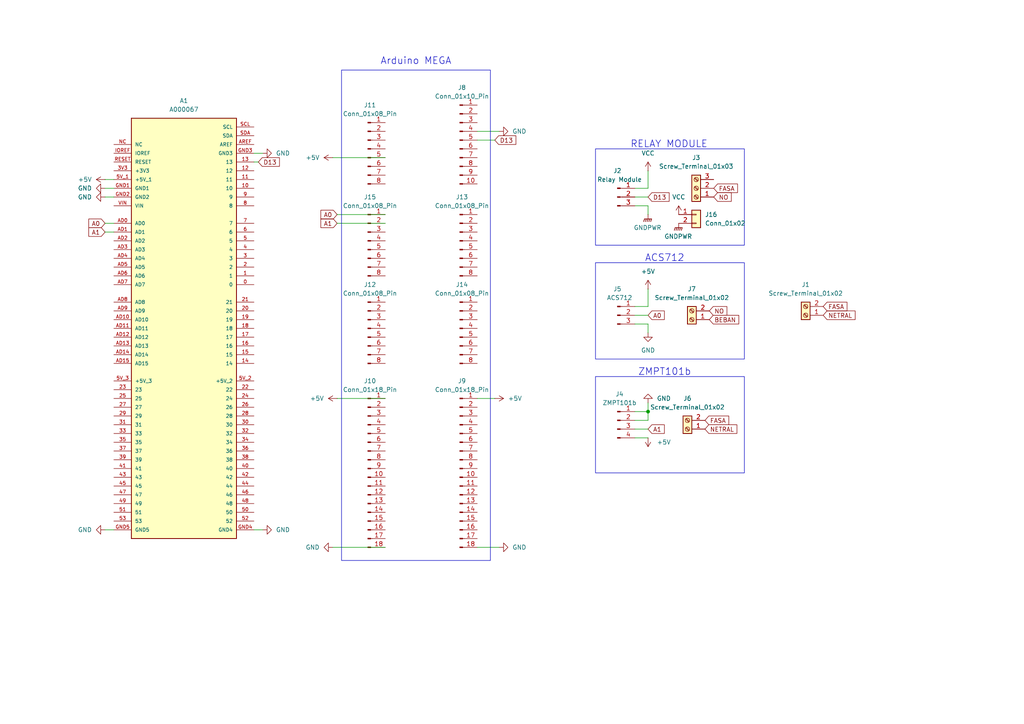
<source format=kicad_sch>
(kicad_sch
	(version 20231120)
	(generator "eeschema")
	(generator_version "8.0")
	(uuid "e3b4ee93-73af-4a12-b8e7-bba4cf2d08e2")
	(paper "A4")
	(lib_symbols
		(symbol "+5V_1"
			(power)
			(pin_numbers hide)
			(pin_names
				(offset 0) hide)
			(exclude_from_sim no)
			(in_bom yes)
			(on_board yes)
			(property "Reference" "#PWR"
				(at 0 -3.81 0)
				(effects
					(font
						(size 1.27 1.27)
					)
					(hide yes)
				)
			)
			(property "Value" "+5V"
				(at 0 3.556 0)
				(effects
					(font
						(size 1.27 1.27)
					)
				)
			)
			(property "Footprint" ""
				(at 0 0 0)
				(effects
					(font
						(size 1.27 1.27)
					)
					(hide yes)
				)
			)
			(property "Datasheet" ""
				(at 0 0 0)
				(effects
					(font
						(size 1.27 1.27)
					)
					(hide yes)
				)
			)
			(property "Description" "Power symbol creates a global label with name \"+5V\""
				(at 0 0 0)
				(effects
					(font
						(size 1.27 1.27)
					)
					(hide yes)
				)
			)
			(property "ki_keywords" "global power"
				(at 0 0 0)
				(effects
					(font
						(size 1.27 1.27)
					)
					(hide yes)
				)
			)
			(symbol "+5V_1_0_1"
				(polyline
					(pts
						(xy -0.762 1.27) (xy 0 2.54)
					)
					(stroke
						(width 0)
						(type default)
					)
					(fill
						(type none)
					)
				)
				(polyline
					(pts
						(xy 0 0) (xy 0 2.54)
					)
					(stroke
						(width 0)
						(type default)
					)
					(fill
						(type none)
					)
				)
				(polyline
					(pts
						(xy 0 2.54) (xy 0.762 1.27)
					)
					(stroke
						(width 0)
						(type default)
					)
					(fill
						(type none)
					)
				)
			)
			(symbol "+5V_1_1_1"
				(pin power_in line
					(at 0 0 90)
					(length 0)
					(name "~"
						(effects
							(font
								(size 1.27 1.27)
							)
						)
					)
					(number "1"
						(effects
							(font
								(size 1.27 1.27)
							)
						)
					)
				)
			)
		)
		(symbol "Arduino Mega:A000067"
			(pin_names
				(offset 1.016)
			)
			(exclude_from_sim no)
			(in_bom yes)
			(on_board yes)
			(property "Reference" "A"
				(at -15.24 61.595 0)
				(effects
					(font
						(size 1.27 1.27)
					)
					(justify left bottom)
				)
			)
			(property "Value" "A000067"
				(at -15.24 -63.5 0)
				(effects
					(font
						(size 1.27 1.27)
					)
					(justify left bottom)
				)
			)
			(property "Footprint" "A000067:MODULE_A000067"
				(at 0 0 0)
				(effects
					(font
						(size 1.27 1.27)
					)
					(justify bottom)
					(hide yes)
				)
			)
			(property "Datasheet" ""
				(at 0 0 0)
				(effects
					(font
						(size 1.27 1.27)
					)
					(hide yes)
				)
			)
			(property "Description" ""
				(at 0 0 0)
				(effects
					(font
						(size 1.27 1.27)
					)
					(hide yes)
				)
			)
			(property "MF" "Arduino"
				(at 0 0 0)
				(effects
					(font
						(size 1.27 1.27)
					)
					(justify bottom)
					(hide yes)
				)
			)
			(property "MAXIMUM_PACKAGE_HEIGHT" "N/A"
				(at 0 0 0)
				(effects
					(font
						(size 1.27 1.27)
					)
					(justify bottom)
					(hide yes)
				)
			)
			(property "Package" "Non-Standard Arduino"
				(at 0 0 0)
				(effects
					(font
						(size 1.27 1.27)
					)
					(justify bottom)
					(hide yes)
				)
			)
			(property "Price" "None"
				(at 0 0 0)
				(effects
					(font
						(size 1.27 1.27)
					)
					(justify bottom)
					(hide yes)
				)
			)
			(property "Check_prices" "https://www.snapeda.com/parts/A000067/Arduino/view-part/?ref=eda"
				(at 0 0 0)
				(effects
					(font
						(size 1.27 1.27)
					)
					(justify bottom)
					(hide yes)
				)
			)
			(property "STANDARD" "Manufacturer Recommendations"
				(at 0 0 0)
				(effects
					(font
						(size 1.27 1.27)
					)
					(justify bottom)
					(hide yes)
				)
			)
			(property "PARTREV" "3"
				(at 0 0 0)
				(effects
					(font
						(size 1.27 1.27)
					)
					(justify bottom)
					(hide yes)
				)
			)
			(property "SnapEDA_Link" "https://www.snapeda.com/parts/A000067/Arduino/view-part/?ref=snap"
				(at 0 0 0)
				(effects
					(font
						(size 1.27 1.27)
					)
					(justify bottom)
					(hide yes)
				)
			)
			(property "MP" "A000067"
				(at 0 0 0)
				(effects
					(font
						(size 1.27 1.27)
					)
					(justify bottom)
					(hide yes)
				)
			)
			(property "Description_1" "\n                        \n                            Arduino Mega 2560 Rev3 Microcontroller Board, ATmega2560 | Arduino A000067\n                        \n"
				(at 0 0 0)
				(effects
					(font
						(size 1.27 1.27)
					)
					(justify bottom)
					(hide yes)
				)
			)
			(property "Availability" "In Stock"
				(at 0 0 0)
				(effects
					(font
						(size 1.27 1.27)
					)
					(justify bottom)
					(hide yes)
				)
			)
			(property "MANUFACTURER" "Arduino"
				(at 0 0 0)
				(effects
					(font
						(size 1.27 1.27)
					)
					(justify bottom)
					(hide yes)
				)
			)
			(symbol "A000067_0_0"
				(rectangle
					(start -15.24 -60.96)
					(end 15.24 60.96)
					(stroke
						(width 0.254)
						(type default)
					)
					(fill
						(type background)
					)
				)
				(pin passive line
					(at 20.32 12.7 180)
					(length 5.08)
					(name "0"
						(effects
							(font
								(size 1.016 1.016)
							)
						)
					)
					(number "0"
						(effects
							(font
								(size 1.016 1.016)
							)
						)
					)
				)
				(pin passive line
					(at 20.32 15.24 180)
					(length 5.08)
					(name "1"
						(effects
							(font
								(size 1.016 1.016)
							)
						)
					)
					(number "1"
						(effects
							(font
								(size 1.016 1.016)
							)
						)
					)
				)
				(pin passive line
					(at 20.32 40.64 180)
					(length 5.08)
					(name "10"
						(effects
							(font
								(size 1.016 1.016)
							)
						)
					)
					(number "10"
						(effects
							(font
								(size 1.016 1.016)
							)
						)
					)
				)
				(pin passive line
					(at 20.32 43.18 180)
					(length 5.08)
					(name "11"
						(effects
							(font
								(size 1.016 1.016)
							)
						)
					)
					(number "11"
						(effects
							(font
								(size 1.016 1.016)
							)
						)
					)
				)
				(pin passive line
					(at 20.32 45.72 180)
					(length 5.08)
					(name "12"
						(effects
							(font
								(size 1.016 1.016)
							)
						)
					)
					(number "12"
						(effects
							(font
								(size 1.016 1.016)
							)
						)
					)
				)
				(pin passive line
					(at 20.32 48.26 180)
					(length 5.08)
					(name "13"
						(effects
							(font
								(size 1.016 1.016)
							)
						)
					)
					(number "13"
						(effects
							(font
								(size 1.016 1.016)
							)
						)
					)
				)
				(pin passive line
					(at 20.32 -10.16 180)
					(length 5.08)
					(name "14"
						(effects
							(font
								(size 1.016 1.016)
							)
						)
					)
					(number "14"
						(effects
							(font
								(size 1.016 1.016)
							)
						)
					)
				)
				(pin passive line
					(at 20.32 -7.62 180)
					(length 5.08)
					(name "15"
						(effects
							(font
								(size 1.016 1.016)
							)
						)
					)
					(number "15"
						(effects
							(font
								(size 1.016 1.016)
							)
						)
					)
				)
				(pin passive line
					(at 20.32 -5.08 180)
					(length 5.08)
					(name "16"
						(effects
							(font
								(size 1.016 1.016)
							)
						)
					)
					(number "16"
						(effects
							(font
								(size 1.016 1.016)
							)
						)
					)
				)
				(pin passive line
					(at 20.32 -2.54 180)
					(length 5.08)
					(name "17"
						(effects
							(font
								(size 1.016 1.016)
							)
						)
					)
					(number "17"
						(effects
							(font
								(size 1.016 1.016)
							)
						)
					)
				)
				(pin passive line
					(at 20.32 0 180)
					(length 5.08)
					(name "18"
						(effects
							(font
								(size 1.016 1.016)
							)
						)
					)
					(number "18"
						(effects
							(font
								(size 1.016 1.016)
							)
						)
					)
				)
				(pin passive line
					(at 20.32 2.54 180)
					(length 5.08)
					(name "19"
						(effects
							(font
								(size 1.016 1.016)
							)
						)
					)
					(number "19"
						(effects
							(font
								(size 1.016 1.016)
							)
						)
					)
				)
				(pin passive line
					(at 20.32 17.78 180)
					(length 5.08)
					(name "2"
						(effects
							(font
								(size 1.016 1.016)
							)
						)
					)
					(number "2"
						(effects
							(font
								(size 1.016 1.016)
							)
						)
					)
				)
				(pin passive line
					(at 20.32 5.08 180)
					(length 5.08)
					(name "20"
						(effects
							(font
								(size 1.016 1.016)
							)
						)
					)
					(number "20"
						(effects
							(font
								(size 1.016 1.016)
							)
						)
					)
				)
				(pin passive line
					(at 20.32 7.62 180)
					(length 5.08)
					(name "21"
						(effects
							(font
								(size 1.016 1.016)
							)
						)
					)
					(number "21"
						(effects
							(font
								(size 1.016 1.016)
							)
						)
					)
				)
				(pin passive line
					(at 20.32 -17.78 180)
					(length 5.08)
					(name "22"
						(effects
							(font
								(size 1.016 1.016)
							)
						)
					)
					(number "22"
						(effects
							(font
								(size 1.016 1.016)
							)
						)
					)
				)
				(pin passive line
					(at -20.32 -17.78 0)
					(length 5.08)
					(name "23"
						(effects
							(font
								(size 1.016 1.016)
							)
						)
					)
					(number "23"
						(effects
							(font
								(size 1.016 1.016)
							)
						)
					)
				)
				(pin passive line
					(at 20.32 -20.32 180)
					(length 5.08)
					(name "24"
						(effects
							(font
								(size 1.016 1.016)
							)
						)
					)
					(number "24"
						(effects
							(font
								(size 1.016 1.016)
							)
						)
					)
				)
				(pin passive line
					(at -20.32 -20.32 0)
					(length 5.08)
					(name "25"
						(effects
							(font
								(size 1.016 1.016)
							)
						)
					)
					(number "25"
						(effects
							(font
								(size 1.016 1.016)
							)
						)
					)
				)
				(pin passive line
					(at 20.32 -22.86 180)
					(length 5.08)
					(name "26"
						(effects
							(font
								(size 1.016 1.016)
							)
						)
					)
					(number "26"
						(effects
							(font
								(size 1.016 1.016)
							)
						)
					)
				)
				(pin passive line
					(at -20.32 -22.86 0)
					(length 5.08)
					(name "27"
						(effects
							(font
								(size 1.016 1.016)
							)
						)
					)
					(number "27"
						(effects
							(font
								(size 1.016 1.016)
							)
						)
					)
				)
				(pin passive line
					(at 20.32 -25.4 180)
					(length 5.08)
					(name "28"
						(effects
							(font
								(size 1.016 1.016)
							)
						)
					)
					(number "28"
						(effects
							(font
								(size 1.016 1.016)
							)
						)
					)
				)
				(pin passive line
					(at -20.32 -25.4 0)
					(length 5.08)
					(name "29"
						(effects
							(font
								(size 1.016 1.016)
							)
						)
					)
					(number "29"
						(effects
							(font
								(size 1.016 1.016)
							)
						)
					)
				)
				(pin passive line
					(at 20.32 20.32 180)
					(length 5.08)
					(name "3"
						(effects
							(font
								(size 1.016 1.016)
							)
						)
					)
					(number "3"
						(effects
							(font
								(size 1.016 1.016)
							)
						)
					)
				)
				(pin passive line
					(at 20.32 -27.94 180)
					(length 5.08)
					(name "30"
						(effects
							(font
								(size 1.016 1.016)
							)
						)
					)
					(number "30"
						(effects
							(font
								(size 1.016 1.016)
							)
						)
					)
				)
				(pin passive line
					(at -20.32 -27.94 0)
					(length 5.08)
					(name "31"
						(effects
							(font
								(size 1.016 1.016)
							)
						)
					)
					(number "31"
						(effects
							(font
								(size 1.016 1.016)
							)
						)
					)
				)
				(pin passive line
					(at 20.32 -30.48 180)
					(length 5.08)
					(name "32"
						(effects
							(font
								(size 1.016 1.016)
							)
						)
					)
					(number "32"
						(effects
							(font
								(size 1.016 1.016)
							)
						)
					)
				)
				(pin passive line
					(at -20.32 -30.48 0)
					(length 5.08)
					(name "33"
						(effects
							(font
								(size 1.016 1.016)
							)
						)
					)
					(number "33"
						(effects
							(font
								(size 1.016 1.016)
							)
						)
					)
				)
				(pin passive line
					(at 20.32 -33.02 180)
					(length 5.08)
					(name "34"
						(effects
							(font
								(size 1.016 1.016)
							)
						)
					)
					(number "34"
						(effects
							(font
								(size 1.016 1.016)
							)
						)
					)
				)
				(pin passive line
					(at -20.32 -33.02 0)
					(length 5.08)
					(name "35"
						(effects
							(font
								(size 1.016 1.016)
							)
						)
					)
					(number "35"
						(effects
							(font
								(size 1.016 1.016)
							)
						)
					)
				)
				(pin passive line
					(at 20.32 -35.56 180)
					(length 5.08)
					(name "36"
						(effects
							(font
								(size 1.016 1.016)
							)
						)
					)
					(number "36"
						(effects
							(font
								(size 1.016 1.016)
							)
						)
					)
				)
				(pin passive line
					(at -20.32 -35.56 0)
					(length 5.08)
					(name "37"
						(effects
							(font
								(size 1.016 1.016)
							)
						)
					)
					(number "37"
						(effects
							(font
								(size 1.016 1.016)
							)
						)
					)
				)
				(pin passive line
					(at 20.32 -38.1 180)
					(length 5.08)
					(name "38"
						(effects
							(font
								(size 1.016 1.016)
							)
						)
					)
					(number "38"
						(effects
							(font
								(size 1.016 1.016)
							)
						)
					)
				)
				(pin passive line
					(at -20.32 -38.1 0)
					(length 5.08)
					(name "39"
						(effects
							(font
								(size 1.016 1.016)
							)
						)
					)
					(number "39"
						(effects
							(font
								(size 1.016 1.016)
							)
						)
					)
				)
				(pin passive line
					(at -20.32 45.72 0)
					(length 5.08)
					(name "+3V3"
						(effects
							(font
								(size 1.016 1.016)
							)
						)
					)
					(number "3V3"
						(effects
							(font
								(size 1.016 1.016)
							)
						)
					)
				)
				(pin passive line
					(at 20.32 22.86 180)
					(length 5.08)
					(name "4"
						(effects
							(font
								(size 1.016 1.016)
							)
						)
					)
					(number "4"
						(effects
							(font
								(size 1.016 1.016)
							)
						)
					)
				)
				(pin passive line
					(at 20.32 -40.64 180)
					(length 5.08)
					(name "40"
						(effects
							(font
								(size 1.016 1.016)
							)
						)
					)
					(number "40"
						(effects
							(font
								(size 1.016 1.016)
							)
						)
					)
				)
				(pin passive line
					(at -20.32 -40.64 0)
					(length 5.08)
					(name "41"
						(effects
							(font
								(size 1.016 1.016)
							)
						)
					)
					(number "41"
						(effects
							(font
								(size 1.016 1.016)
							)
						)
					)
				)
				(pin passive line
					(at 20.32 -43.18 180)
					(length 5.08)
					(name "42"
						(effects
							(font
								(size 1.016 1.016)
							)
						)
					)
					(number "42"
						(effects
							(font
								(size 1.016 1.016)
							)
						)
					)
				)
				(pin passive line
					(at -20.32 -43.18 0)
					(length 5.08)
					(name "43"
						(effects
							(font
								(size 1.016 1.016)
							)
						)
					)
					(number "43"
						(effects
							(font
								(size 1.016 1.016)
							)
						)
					)
				)
				(pin passive line
					(at 20.32 -45.72 180)
					(length 5.08)
					(name "44"
						(effects
							(font
								(size 1.016 1.016)
							)
						)
					)
					(number "44"
						(effects
							(font
								(size 1.016 1.016)
							)
						)
					)
				)
				(pin passive line
					(at -20.32 -45.72 0)
					(length 5.08)
					(name "45"
						(effects
							(font
								(size 1.016 1.016)
							)
						)
					)
					(number "45"
						(effects
							(font
								(size 1.016 1.016)
							)
						)
					)
				)
				(pin passive line
					(at 20.32 -48.26 180)
					(length 5.08)
					(name "46"
						(effects
							(font
								(size 1.016 1.016)
							)
						)
					)
					(number "46"
						(effects
							(font
								(size 1.016 1.016)
							)
						)
					)
				)
				(pin passive line
					(at -20.32 -48.26 0)
					(length 5.08)
					(name "47"
						(effects
							(font
								(size 1.016 1.016)
							)
						)
					)
					(number "47"
						(effects
							(font
								(size 1.016 1.016)
							)
						)
					)
				)
				(pin passive line
					(at 20.32 -50.8 180)
					(length 5.08)
					(name "48"
						(effects
							(font
								(size 1.016 1.016)
							)
						)
					)
					(number "48"
						(effects
							(font
								(size 1.016 1.016)
							)
						)
					)
				)
				(pin passive line
					(at -20.32 -50.8 0)
					(length 5.08)
					(name "49"
						(effects
							(font
								(size 1.016 1.016)
							)
						)
					)
					(number "49"
						(effects
							(font
								(size 1.016 1.016)
							)
						)
					)
				)
				(pin passive line
					(at 20.32 25.4 180)
					(length 5.08)
					(name "5"
						(effects
							(font
								(size 1.016 1.016)
							)
						)
					)
					(number "5"
						(effects
							(font
								(size 1.016 1.016)
							)
						)
					)
				)
				(pin passive line
					(at 20.32 -53.34 180)
					(length 5.08)
					(name "50"
						(effects
							(font
								(size 1.016 1.016)
							)
						)
					)
					(number "50"
						(effects
							(font
								(size 1.016 1.016)
							)
						)
					)
				)
				(pin passive line
					(at -20.32 -53.34 0)
					(length 5.08)
					(name "51"
						(effects
							(font
								(size 1.016 1.016)
							)
						)
					)
					(number "51"
						(effects
							(font
								(size 1.016 1.016)
							)
						)
					)
				)
				(pin passive line
					(at 20.32 -55.88 180)
					(length 5.08)
					(name "52"
						(effects
							(font
								(size 1.016 1.016)
							)
						)
					)
					(number "52"
						(effects
							(font
								(size 1.016 1.016)
							)
						)
					)
				)
				(pin passive line
					(at -20.32 -55.88 0)
					(length 5.08)
					(name "53"
						(effects
							(font
								(size 1.016 1.016)
							)
						)
					)
					(number "53"
						(effects
							(font
								(size 1.016 1.016)
							)
						)
					)
				)
				(pin passive line
					(at -20.32 43.18 0)
					(length 5.08)
					(name "+5V_1"
						(effects
							(font
								(size 1.016 1.016)
							)
						)
					)
					(number "5V_1"
						(effects
							(font
								(size 1.016 1.016)
							)
						)
					)
				)
				(pin passive line
					(at 20.32 -15.24 180)
					(length 5.08)
					(name "+5V_2"
						(effects
							(font
								(size 1.016 1.016)
							)
						)
					)
					(number "5V_2"
						(effects
							(font
								(size 1.016 1.016)
							)
						)
					)
				)
				(pin passive line
					(at -20.32 -15.24 0)
					(length 5.08)
					(name "+5V_3"
						(effects
							(font
								(size 1.016 1.016)
							)
						)
					)
					(number "5V_3"
						(effects
							(font
								(size 1.016 1.016)
							)
						)
					)
				)
				(pin passive line
					(at 20.32 27.94 180)
					(length 5.08)
					(name "6"
						(effects
							(font
								(size 1.016 1.016)
							)
						)
					)
					(number "6"
						(effects
							(font
								(size 1.016 1.016)
							)
						)
					)
				)
				(pin passive line
					(at 20.32 30.48 180)
					(length 5.08)
					(name "7"
						(effects
							(font
								(size 1.016 1.016)
							)
						)
					)
					(number "7"
						(effects
							(font
								(size 1.016 1.016)
							)
						)
					)
				)
				(pin passive line
					(at 20.32 35.56 180)
					(length 5.08)
					(name "8"
						(effects
							(font
								(size 1.016 1.016)
							)
						)
					)
					(number "8"
						(effects
							(font
								(size 1.016 1.016)
							)
						)
					)
				)
				(pin passive line
					(at 20.32 38.1 180)
					(length 5.08)
					(name "9"
						(effects
							(font
								(size 1.016 1.016)
							)
						)
					)
					(number "9"
						(effects
							(font
								(size 1.016 1.016)
							)
						)
					)
				)
				(pin passive line
					(at -20.32 30.48 0)
					(length 5.08)
					(name "AD0"
						(effects
							(font
								(size 1.016 1.016)
							)
						)
					)
					(number "AD0"
						(effects
							(font
								(size 1.016 1.016)
							)
						)
					)
				)
				(pin passive line
					(at -20.32 27.94 0)
					(length 5.08)
					(name "AD1"
						(effects
							(font
								(size 1.016 1.016)
							)
						)
					)
					(number "AD1"
						(effects
							(font
								(size 1.016 1.016)
							)
						)
					)
				)
				(pin passive line
					(at -20.32 2.54 0)
					(length 5.08)
					(name "AD10"
						(effects
							(font
								(size 1.016 1.016)
							)
						)
					)
					(number "AD10"
						(effects
							(font
								(size 1.016 1.016)
							)
						)
					)
				)
				(pin passive line
					(at -20.32 0 0)
					(length 5.08)
					(name "AD11"
						(effects
							(font
								(size 1.016 1.016)
							)
						)
					)
					(number "AD11"
						(effects
							(font
								(size 1.016 1.016)
							)
						)
					)
				)
				(pin passive line
					(at -20.32 -2.54 0)
					(length 5.08)
					(name "AD12"
						(effects
							(font
								(size 1.016 1.016)
							)
						)
					)
					(number "AD12"
						(effects
							(font
								(size 1.016 1.016)
							)
						)
					)
				)
				(pin passive line
					(at -20.32 -5.08 0)
					(length 5.08)
					(name "AD13"
						(effects
							(font
								(size 1.016 1.016)
							)
						)
					)
					(number "AD13"
						(effects
							(font
								(size 1.016 1.016)
							)
						)
					)
				)
				(pin passive line
					(at -20.32 -7.62 0)
					(length 5.08)
					(name "AD14"
						(effects
							(font
								(size 1.016 1.016)
							)
						)
					)
					(number "AD14"
						(effects
							(font
								(size 1.016 1.016)
							)
						)
					)
				)
				(pin passive line
					(at -20.32 -10.16 0)
					(length 5.08)
					(name "AD15"
						(effects
							(font
								(size 1.016 1.016)
							)
						)
					)
					(number "AD15"
						(effects
							(font
								(size 1.016 1.016)
							)
						)
					)
				)
				(pin passive line
					(at -20.32 25.4 0)
					(length 5.08)
					(name "AD2"
						(effects
							(font
								(size 1.016 1.016)
							)
						)
					)
					(number "AD2"
						(effects
							(font
								(size 1.016 1.016)
							)
						)
					)
				)
				(pin passive line
					(at -20.32 22.86 0)
					(length 5.08)
					(name "AD3"
						(effects
							(font
								(size 1.016 1.016)
							)
						)
					)
					(number "AD3"
						(effects
							(font
								(size 1.016 1.016)
							)
						)
					)
				)
				(pin passive line
					(at -20.32 20.32 0)
					(length 5.08)
					(name "AD4"
						(effects
							(font
								(size 1.016 1.016)
							)
						)
					)
					(number "AD4"
						(effects
							(font
								(size 1.016 1.016)
							)
						)
					)
				)
				(pin passive line
					(at -20.32 17.78 0)
					(length 5.08)
					(name "AD5"
						(effects
							(font
								(size 1.016 1.016)
							)
						)
					)
					(number "AD5"
						(effects
							(font
								(size 1.016 1.016)
							)
						)
					)
				)
				(pin passive line
					(at -20.32 15.24 0)
					(length 5.08)
					(name "AD6"
						(effects
							(font
								(size 1.016 1.016)
							)
						)
					)
					(number "AD6"
						(effects
							(font
								(size 1.016 1.016)
							)
						)
					)
				)
				(pin passive line
					(at -20.32 12.7 0)
					(length 5.08)
					(name "AD7"
						(effects
							(font
								(size 1.016 1.016)
							)
						)
					)
					(number "AD7"
						(effects
							(font
								(size 1.016 1.016)
							)
						)
					)
				)
				(pin passive line
					(at -20.32 7.62 0)
					(length 5.08)
					(name "AD8"
						(effects
							(font
								(size 1.016 1.016)
							)
						)
					)
					(number "AD8"
						(effects
							(font
								(size 1.016 1.016)
							)
						)
					)
				)
				(pin passive line
					(at -20.32 5.08 0)
					(length 5.08)
					(name "AD9"
						(effects
							(font
								(size 1.016 1.016)
							)
						)
					)
					(number "AD9"
						(effects
							(font
								(size 1.016 1.016)
							)
						)
					)
				)
				(pin passive line
					(at 20.32 53.34 180)
					(length 5.08)
					(name "AREF"
						(effects
							(font
								(size 1.016 1.016)
							)
						)
					)
					(number "AREF"
						(effects
							(font
								(size 1.016 1.016)
							)
						)
					)
				)
				(pin passive line
					(at -20.32 40.64 0)
					(length 5.08)
					(name "GND1"
						(effects
							(font
								(size 1.016 1.016)
							)
						)
					)
					(number "GND1"
						(effects
							(font
								(size 1.016 1.016)
							)
						)
					)
				)
				(pin passive line
					(at -20.32 38.1 0)
					(length 5.08)
					(name "GND2"
						(effects
							(font
								(size 1.016 1.016)
							)
						)
					)
					(number "GND2"
						(effects
							(font
								(size 1.016 1.016)
							)
						)
					)
				)
				(pin passive line
					(at 20.32 50.8 180)
					(length 5.08)
					(name "GND3"
						(effects
							(font
								(size 1.016 1.016)
							)
						)
					)
					(number "GND3"
						(effects
							(font
								(size 1.016 1.016)
							)
						)
					)
				)
				(pin passive line
					(at 20.32 -58.42 180)
					(length 5.08)
					(name "GND4"
						(effects
							(font
								(size 1.016 1.016)
							)
						)
					)
					(number "GND4"
						(effects
							(font
								(size 1.016 1.016)
							)
						)
					)
				)
				(pin passive line
					(at -20.32 -58.42 0)
					(length 5.08)
					(name "GND5"
						(effects
							(font
								(size 1.016 1.016)
							)
						)
					)
					(number "GND5"
						(effects
							(font
								(size 1.016 1.016)
							)
						)
					)
				)
				(pin passive line
					(at -20.32 50.8 0)
					(length 5.08)
					(name "IOREF"
						(effects
							(font
								(size 1.016 1.016)
							)
						)
					)
					(number "IOREF"
						(effects
							(font
								(size 1.016 1.016)
							)
						)
					)
				)
				(pin passive line
					(at -20.32 53.34 0)
					(length 5.08)
					(name "NC"
						(effects
							(font
								(size 1.016 1.016)
							)
						)
					)
					(number "NC"
						(effects
							(font
								(size 1.016 1.016)
							)
						)
					)
				)
				(pin passive line
					(at -20.32 48.26 0)
					(length 5.08)
					(name "RESET"
						(effects
							(font
								(size 1.016 1.016)
							)
						)
					)
					(number "RESET"
						(effects
							(font
								(size 1.016 1.016)
							)
						)
					)
				)
				(pin passive line
					(at 20.32 58.42 180)
					(length 5.08)
					(name "SCL"
						(effects
							(font
								(size 1.016 1.016)
							)
						)
					)
					(number "SCL"
						(effects
							(font
								(size 1.016 1.016)
							)
						)
					)
				)
				(pin passive line
					(at 20.32 55.88 180)
					(length 5.08)
					(name "SDA"
						(effects
							(font
								(size 1.016 1.016)
							)
						)
					)
					(number "SDA"
						(effects
							(font
								(size 1.016 1.016)
							)
						)
					)
				)
				(pin passive line
					(at -20.32 35.56 0)
					(length 5.08)
					(name "VIN"
						(effects
							(font
								(size 1.016 1.016)
							)
						)
					)
					(number "VIN"
						(effects
							(font
								(size 1.016 1.016)
							)
						)
					)
				)
			)
		)
		(symbol "Connector:Conn_01x03_Pin"
			(pin_names
				(offset 1.016) hide)
			(exclude_from_sim no)
			(in_bom yes)
			(on_board yes)
			(property "Reference" "J"
				(at 0 5.08 0)
				(effects
					(font
						(size 1.27 1.27)
					)
				)
			)
			(property "Value" "Conn_01x03_Pin"
				(at 0 -5.08 0)
				(effects
					(font
						(size 1.27 1.27)
					)
				)
			)
			(property "Footprint" ""
				(at 0 0 0)
				(effects
					(font
						(size 1.27 1.27)
					)
					(hide yes)
				)
			)
			(property "Datasheet" "~"
				(at 0 0 0)
				(effects
					(font
						(size 1.27 1.27)
					)
					(hide yes)
				)
			)
			(property "Description" "Generic connector, single row, 01x03, script generated"
				(at 0 0 0)
				(effects
					(font
						(size 1.27 1.27)
					)
					(hide yes)
				)
			)
			(property "ki_locked" ""
				(at 0 0 0)
				(effects
					(font
						(size 1.27 1.27)
					)
				)
			)
			(property "ki_keywords" "connector"
				(at 0 0 0)
				(effects
					(font
						(size 1.27 1.27)
					)
					(hide yes)
				)
			)
			(property "ki_fp_filters" "Connector*:*_1x??_*"
				(at 0 0 0)
				(effects
					(font
						(size 1.27 1.27)
					)
					(hide yes)
				)
			)
			(symbol "Conn_01x03_Pin_1_1"
				(polyline
					(pts
						(xy 1.27 -2.54) (xy 0.8636 -2.54)
					)
					(stroke
						(width 0.1524)
						(type default)
					)
					(fill
						(type none)
					)
				)
				(polyline
					(pts
						(xy 1.27 0) (xy 0.8636 0)
					)
					(stroke
						(width 0.1524)
						(type default)
					)
					(fill
						(type none)
					)
				)
				(polyline
					(pts
						(xy 1.27 2.54) (xy 0.8636 2.54)
					)
					(stroke
						(width 0.1524)
						(type default)
					)
					(fill
						(type none)
					)
				)
				(rectangle
					(start 0.8636 -2.413)
					(end 0 -2.667)
					(stroke
						(width 0.1524)
						(type default)
					)
					(fill
						(type outline)
					)
				)
				(rectangle
					(start 0.8636 0.127)
					(end 0 -0.127)
					(stroke
						(width 0.1524)
						(type default)
					)
					(fill
						(type outline)
					)
				)
				(rectangle
					(start 0.8636 2.667)
					(end 0 2.413)
					(stroke
						(width 0.1524)
						(type default)
					)
					(fill
						(type outline)
					)
				)
				(pin passive line
					(at 5.08 2.54 180)
					(length 3.81)
					(name "Pin_1"
						(effects
							(font
								(size 1.27 1.27)
							)
						)
					)
					(number "1"
						(effects
							(font
								(size 1.27 1.27)
							)
						)
					)
				)
				(pin passive line
					(at 5.08 0 180)
					(length 3.81)
					(name "Pin_2"
						(effects
							(font
								(size 1.27 1.27)
							)
						)
					)
					(number "2"
						(effects
							(font
								(size 1.27 1.27)
							)
						)
					)
				)
				(pin passive line
					(at 5.08 -2.54 180)
					(length 3.81)
					(name "Pin_3"
						(effects
							(font
								(size 1.27 1.27)
							)
						)
					)
					(number "3"
						(effects
							(font
								(size 1.27 1.27)
							)
						)
					)
				)
			)
		)
		(symbol "Connector:Conn_01x04_Pin"
			(pin_names
				(offset 1.016) hide)
			(exclude_from_sim no)
			(in_bom yes)
			(on_board yes)
			(property "Reference" "J"
				(at 0 5.08 0)
				(effects
					(font
						(size 1.27 1.27)
					)
				)
			)
			(property "Value" "Conn_01x04_Pin"
				(at 0 -7.62 0)
				(effects
					(font
						(size 1.27 1.27)
					)
				)
			)
			(property "Footprint" ""
				(at 0 0 0)
				(effects
					(font
						(size 1.27 1.27)
					)
					(hide yes)
				)
			)
			(property "Datasheet" "~"
				(at 0 0 0)
				(effects
					(font
						(size 1.27 1.27)
					)
					(hide yes)
				)
			)
			(property "Description" "Generic connector, single row, 01x04, script generated"
				(at 0 0 0)
				(effects
					(font
						(size 1.27 1.27)
					)
					(hide yes)
				)
			)
			(property "ki_locked" ""
				(at 0 0 0)
				(effects
					(font
						(size 1.27 1.27)
					)
				)
			)
			(property "ki_keywords" "connector"
				(at 0 0 0)
				(effects
					(font
						(size 1.27 1.27)
					)
					(hide yes)
				)
			)
			(property "ki_fp_filters" "Connector*:*_1x??_*"
				(at 0 0 0)
				(effects
					(font
						(size 1.27 1.27)
					)
					(hide yes)
				)
			)
			(symbol "Conn_01x04_Pin_1_1"
				(polyline
					(pts
						(xy 1.27 -5.08) (xy 0.8636 -5.08)
					)
					(stroke
						(width 0.1524)
						(type default)
					)
					(fill
						(type none)
					)
				)
				(polyline
					(pts
						(xy 1.27 -2.54) (xy 0.8636 -2.54)
					)
					(stroke
						(width 0.1524)
						(type default)
					)
					(fill
						(type none)
					)
				)
				(polyline
					(pts
						(xy 1.27 0) (xy 0.8636 0)
					)
					(stroke
						(width 0.1524)
						(type default)
					)
					(fill
						(type none)
					)
				)
				(polyline
					(pts
						(xy 1.27 2.54) (xy 0.8636 2.54)
					)
					(stroke
						(width 0.1524)
						(type default)
					)
					(fill
						(type none)
					)
				)
				(rectangle
					(start 0.8636 -4.953)
					(end 0 -5.207)
					(stroke
						(width 0.1524)
						(type default)
					)
					(fill
						(type outline)
					)
				)
				(rectangle
					(start 0.8636 -2.413)
					(end 0 -2.667)
					(stroke
						(width 0.1524)
						(type default)
					)
					(fill
						(type outline)
					)
				)
				(rectangle
					(start 0.8636 0.127)
					(end 0 -0.127)
					(stroke
						(width 0.1524)
						(type default)
					)
					(fill
						(type outline)
					)
				)
				(rectangle
					(start 0.8636 2.667)
					(end 0 2.413)
					(stroke
						(width 0.1524)
						(type default)
					)
					(fill
						(type outline)
					)
				)
				(pin passive line
					(at 5.08 2.54 180)
					(length 3.81)
					(name "Pin_1"
						(effects
							(font
								(size 1.27 1.27)
							)
						)
					)
					(number "1"
						(effects
							(font
								(size 1.27 1.27)
							)
						)
					)
				)
				(pin passive line
					(at 5.08 0 180)
					(length 3.81)
					(name "Pin_2"
						(effects
							(font
								(size 1.27 1.27)
							)
						)
					)
					(number "2"
						(effects
							(font
								(size 1.27 1.27)
							)
						)
					)
				)
				(pin passive line
					(at 5.08 -2.54 180)
					(length 3.81)
					(name "Pin_3"
						(effects
							(font
								(size 1.27 1.27)
							)
						)
					)
					(number "3"
						(effects
							(font
								(size 1.27 1.27)
							)
						)
					)
				)
				(pin passive line
					(at 5.08 -5.08 180)
					(length 3.81)
					(name "Pin_4"
						(effects
							(font
								(size 1.27 1.27)
							)
						)
					)
					(number "4"
						(effects
							(font
								(size 1.27 1.27)
							)
						)
					)
				)
			)
		)
		(symbol "Connector:Conn_01x08_Pin"
			(pin_names
				(offset 1.016) hide)
			(exclude_from_sim no)
			(in_bom yes)
			(on_board yes)
			(property "Reference" "J"
				(at 0 10.16 0)
				(effects
					(font
						(size 1.27 1.27)
					)
				)
			)
			(property "Value" "Conn_01x08_Pin"
				(at 0 -12.7 0)
				(effects
					(font
						(size 1.27 1.27)
					)
				)
			)
			(property "Footprint" ""
				(at 0 0 0)
				(effects
					(font
						(size 1.27 1.27)
					)
					(hide yes)
				)
			)
			(property "Datasheet" "~"
				(at 0 0 0)
				(effects
					(font
						(size 1.27 1.27)
					)
					(hide yes)
				)
			)
			(property "Description" "Generic connector, single row, 01x08, script generated"
				(at 0 0 0)
				(effects
					(font
						(size 1.27 1.27)
					)
					(hide yes)
				)
			)
			(property "ki_locked" ""
				(at 0 0 0)
				(effects
					(font
						(size 1.27 1.27)
					)
				)
			)
			(property "ki_keywords" "connector"
				(at 0 0 0)
				(effects
					(font
						(size 1.27 1.27)
					)
					(hide yes)
				)
			)
			(property "ki_fp_filters" "Connector*:*_1x??_*"
				(at 0 0 0)
				(effects
					(font
						(size 1.27 1.27)
					)
					(hide yes)
				)
			)
			(symbol "Conn_01x08_Pin_1_1"
				(polyline
					(pts
						(xy 1.27 -10.16) (xy 0.8636 -10.16)
					)
					(stroke
						(width 0.1524)
						(type default)
					)
					(fill
						(type none)
					)
				)
				(polyline
					(pts
						(xy 1.27 -7.62) (xy 0.8636 -7.62)
					)
					(stroke
						(width 0.1524)
						(type default)
					)
					(fill
						(type none)
					)
				)
				(polyline
					(pts
						(xy 1.27 -5.08) (xy 0.8636 -5.08)
					)
					(stroke
						(width 0.1524)
						(type default)
					)
					(fill
						(type none)
					)
				)
				(polyline
					(pts
						(xy 1.27 -2.54) (xy 0.8636 -2.54)
					)
					(stroke
						(width 0.1524)
						(type default)
					)
					(fill
						(type none)
					)
				)
				(polyline
					(pts
						(xy 1.27 0) (xy 0.8636 0)
					)
					(stroke
						(width 0.1524)
						(type default)
					)
					(fill
						(type none)
					)
				)
				(polyline
					(pts
						(xy 1.27 2.54) (xy 0.8636 2.54)
					)
					(stroke
						(width 0.1524)
						(type default)
					)
					(fill
						(type none)
					)
				)
				(polyline
					(pts
						(xy 1.27 5.08) (xy 0.8636 5.08)
					)
					(stroke
						(width 0.1524)
						(type default)
					)
					(fill
						(type none)
					)
				)
				(polyline
					(pts
						(xy 1.27 7.62) (xy 0.8636 7.62)
					)
					(stroke
						(width 0.1524)
						(type default)
					)
					(fill
						(type none)
					)
				)
				(rectangle
					(start 0.8636 -10.033)
					(end 0 -10.287)
					(stroke
						(width 0.1524)
						(type default)
					)
					(fill
						(type outline)
					)
				)
				(rectangle
					(start 0.8636 -7.493)
					(end 0 -7.747)
					(stroke
						(width 0.1524)
						(type default)
					)
					(fill
						(type outline)
					)
				)
				(rectangle
					(start 0.8636 -4.953)
					(end 0 -5.207)
					(stroke
						(width 0.1524)
						(type default)
					)
					(fill
						(type outline)
					)
				)
				(rectangle
					(start 0.8636 -2.413)
					(end 0 -2.667)
					(stroke
						(width 0.1524)
						(type default)
					)
					(fill
						(type outline)
					)
				)
				(rectangle
					(start 0.8636 0.127)
					(end 0 -0.127)
					(stroke
						(width 0.1524)
						(type default)
					)
					(fill
						(type outline)
					)
				)
				(rectangle
					(start 0.8636 2.667)
					(end 0 2.413)
					(stroke
						(width 0.1524)
						(type default)
					)
					(fill
						(type outline)
					)
				)
				(rectangle
					(start 0.8636 5.207)
					(end 0 4.953)
					(stroke
						(width 0.1524)
						(type default)
					)
					(fill
						(type outline)
					)
				)
				(rectangle
					(start 0.8636 7.747)
					(end 0 7.493)
					(stroke
						(width 0.1524)
						(type default)
					)
					(fill
						(type outline)
					)
				)
				(pin passive line
					(at 5.08 7.62 180)
					(length 3.81)
					(name "Pin_1"
						(effects
							(font
								(size 1.27 1.27)
							)
						)
					)
					(number "1"
						(effects
							(font
								(size 1.27 1.27)
							)
						)
					)
				)
				(pin passive line
					(at 5.08 5.08 180)
					(length 3.81)
					(name "Pin_2"
						(effects
							(font
								(size 1.27 1.27)
							)
						)
					)
					(number "2"
						(effects
							(font
								(size 1.27 1.27)
							)
						)
					)
				)
				(pin passive line
					(at 5.08 2.54 180)
					(length 3.81)
					(name "Pin_3"
						(effects
							(font
								(size 1.27 1.27)
							)
						)
					)
					(number "3"
						(effects
							(font
								(size 1.27 1.27)
							)
						)
					)
				)
				(pin passive line
					(at 5.08 0 180)
					(length 3.81)
					(name "Pin_4"
						(effects
							(font
								(size 1.27 1.27)
							)
						)
					)
					(number "4"
						(effects
							(font
								(size 1.27 1.27)
							)
						)
					)
				)
				(pin passive line
					(at 5.08 -2.54 180)
					(length 3.81)
					(name "Pin_5"
						(effects
							(font
								(size 1.27 1.27)
							)
						)
					)
					(number "5"
						(effects
							(font
								(size 1.27 1.27)
							)
						)
					)
				)
				(pin passive line
					(at 5.08 -5.08 180)
					(length 3.81)
					(name "Pin_6"
						(effects
							(font
								(size 1.27 1.27)
							)
						)
					)
					(number "6"
						(effects
							(font
								(size 1.27 1.27)
							)
						)
					)
				)
				(pin passive line
					(at 5.08 -7.62 180)
					(length 3.81)
					(name "Pin_7"
						(effects
							(font
								(size 1.27 1.27)
							)
						)
					)
					(number "7"
						(effects
							(font
								(size 1.27 1.27)
							)
						)
					)
				)
				(pin passive line
					(at 5.08 -10.16 180)
					(length 3.81)
					(name "Pin_8"
						(effects
							(font
								(size 1.27 1.27)
							)
						)
					)
					(number "8"
						(effects
							(font
								(size 1.27 1.27)
							)
						)
					)
				)
			)
		)
		(symbol "Connector:Conn_01x10_Pin"
			(pin_names
				(offset 1.016) hide)
			(exclude_from_sim no)
			(in_bom yes)
			(on_board yes)
			(property "Reference" "J"
				(at 0 12.7 0)
				(effects
					(font
						(size 1.27 1.27)
					)
				)
			)
			(property "Value" "Conn_01x10_Pin"
				(at 0 -15.24 0)
				(effects
					(font
						(size 1.27 1.27)
					)
				)
			)
			(property "Footprint" ""
				(at 0 0 0)
				(effects
					(font
						(size 1.27 1.27)
					)
					(hide yes)
				)
			)
			(property "Datasheet" "~"
				(at 0 0 0)
				(effects
					(font
						(size 1.27 1.27)
					)
					(hide yes)
				)
			)
			(property "Description" "Generic connector, single row, 01x10, script generated"
				(at 0 0 0)
				(effects
					(font
						(size 1.27 1.27)
					)
					(hide yes)
				)
			)
			(property "ki_locked" ""
				(at 0 0 0)
				(effects
					(font
						(size 1.27 1.27)
					)
				)
			)
			(property "ki_keywords" "connector"
				(at 0 0 0)
				(effects
					(font
						(size 1.27 1.27)
					)
					(hide yes)
				)
			)
			(property "ki_fp_filters" "Connector*:*_1x??_*"
				(at 0 0 0)
				(effects
					(font
						(size 1.27 1.27)
					)
					(hide yes)
				)
			)
			(symbol "Conn_01x10_Pin_1_1"
				(polyline
					(pts
						(xy 1.27 -12.7) (xy 0.8636 -12.7)
					)
					(stroke
						(width 0.1524)
						(type default)
					)
					(fill
						(type none)
					)
				)
				(polyline
					(pts
						(xy 1.27 -10.16) (xy 0.8636 -10.16)
					)
					(stroke
						(width 0.1524)
						(type default)
					)
					(fill
						(type none)
					)
				)
				(polyline
					(pts
						(xy 1.27 -7.62) (xy 0.8636 -7.62)
					)
					(stroke
						(width 0.1524)
						(type default)
					)
					(fill
						(type none)
					)
				)
				(polyline
					(pts
						(xy 1.27 -5.08) (xy 0.8636 -5.08)
					)
					(stroke
						(width 0.1524)
						(type default)
					)
					(fill
						(type none)
					)
				)
				(polyline
					(pts
						(xy 1.27 -2.54) (xy 0.8636 -2.54)
					)
					(stroke
						(width 0.1524)
						(type default)
					)
					(fill
						(type none)
					)
				)
				(polyline
					(pts
						(xy 1.27 0) (xy 0.8636 0)
					)
					(stroke
						(width 0.1524)
						(type default)
					)
					(fill
						(type none)
					)
				)
				(polyline
					(pts
						(xy 1.27 2.54) (xy 0.8636 2.54)
					)
					(stroke
						(width 0.1524)
						(type default)
					)
					(fill
						(type none)
					)
				)
				(polyline
					(pts
						(xy 1.27 5.08) (xy 0.8636 5.08)
					)
					(stroke
						(width 0.1524)
						(type default)
					)
					(fill
						(type none)
					)
				)
				(polyline
					(pts
						(xy 1.27 7.62) (xy 0.8636 7.62)
					)
					(stroke
						(width 0.1524)
						(type default)
					)
					(fill
						(type none)
					)
				)
				(polyline
					(pts
						(xy 1.27 10.16) (xy 0.8636 10.16)
					)
					(stroke
						(width 0.1524)
						(type default)
					)
					(fill
						(type none)
					)
				)
				(rectangle
					(start 0.8636 -12.573)
					(end 0 -12.827)
					(stroke
						(width 0.1524)
						(type default)
					)
					(fill
						(type outline)
					)
				)
				(rectangle
					(start 0.8636 -10.033)
					(end 0 -10.287)
					(stroke
						(width 0.1524)
						(type default)
					)
					(fill
						(type outline)
					)
				)
				(rectangle
					(start 0.8636 -7.493)
					(end 0 -7.747)
					(stroke
						(width 0.1524)
						(type default)
					)
					(fill
						(type outline)
					)
				)
				(rectangle
					(start 0.8636 -4.953)
					(end 0 -5.207)
					(stroke
						(width 0.1524)
						(type default)
					)
					(fill
						(type outline)
					)
				)
				(rectangle
					(start 0.8636 -2.413)
					(end 0 -2.667)
					(stroke
						(width 0.1524)
						(type default)
					)
					(fill
						(type outline)
					)
				)
				(rectangle
					(start 0.8636 0.127)
					(end 0 -0.127)
					(stroke
						(width 0.1524)
						(type default)
					)
					(fill
						(type outline)
					)
				)
				(rectangle
					(start 0.8636 2.667)
					(end 0 2.413)
					(stroke
						(width 0.1524)
						(type default)
					)
					(fill
						(type outline)
					)
				)
				(rectangle
					(start 0.8636 5.207)
					(end 0 4.953)
					(stroke
						(width 0.1524)
						(type default)
					)
					(fill
						(type outline)
					)
				)
				(rectangle
					(start 0.8636 7.747)
					(end 0 7.493)
					(stroke
						(width 0.1524)
						(type default)
					)
					(fill
						(type outline)
					)
				)
				(rectangle
					(start 0.8636 10.287)
					(end 0 10.033)
					(stroke
						(width 0.1524)
						(type default)
					)
					(fill
						(type outline)
					)
				)
				(pin passive line
					(at 5.08 10.16 180)
					(length 3.81)
					(name "Pin_1"
						(effects
							(font
								(size 1.27 1.27)
							)
						)
					)
					(number "1"
						(effects
							(font
								(size 1.27 1.27)
							)
						)
					)
				)
				(pin passive line
					(at 5.08 -12.7 180)
					(length 3.81)
					(name "Pin_10"
						(effects
							(font
								(size 1.27 1.27)
							)
						)
					)
					(number "10"
						(effects
							(font
								(size 1.27 1.27)
							)
						)
					)
				)
				(pin passive line
					(at 5.08 7.62 180)
					(length 3.81)
					(name "Pin_2"
						(effects
							(font
								(size 1.27 1.27)
							)
						)
					)
					(number "2"
						(effects
							(font
								(size 1.27 1.27)
							)
						)
					)
				)
				(pin passive line
					(at 5.08 5.08 180)
					(length 3.81)
					(name "Pin_3"
						(effects
							(font
								(size 1.27 1.27)
							)
						)
					)
					(number "3"
						(effects
							(font
								(size 1.27 1.27)
							)
						)
					)
				)
				(pin passive line
					(at 5.08 2.54 180)
					(length 3.81)
					(name "Pin_4"
						(effects
							(font
								(size 1.27 1.27)
							)
						)
					)
					(number "4"
						(effects
							(font
								(size 1.27 1.27)
							)
						)
					)
				)
				(pin passive line
					(at 5.08 0 180)
					(length 3.81)
					(name "Pin_5"
						(effects
							(font
								(size 1.27 1.27)
							)
						)
					)
					(number "5"
						(effects
							(font
								(size 1.27 1.27)
							)
						)
					)
				)
				(pin passive line
					(at 5.08 -2.54 180)
					(length 3.81)
					(name "Pin_6"
						(effects
							(font
								(size 1.27 1.27)
							)
						)
					)
					(number "6"
						(effects
							(font
								(size 1.27 1.27)
							)
						)
					)
				)
				(pin passive line
					(at 5.08 -5.08 180)
					(length 3.81)
					(name "Pin_7"
						(effects
							(font
								(size 1.27 1.27)
							)
						)
					)
					(number "7"
						(effects
							(font
								(size 1.27 1.27)
							)
						)
					)
				)
				(pin passive line
					(at 5.08 -7.62 180)
					(length 3.81)
					(name "Pin_8"
						(effects
							(font
								(size 1.27 1.27)
							)
						)
					)
					(number "8"
						(effects
							(font
								(size 1.27 1.27)
							)
						)
					)
				)
				(pin passive line
					(at 5.08 -10.16 180)
					(length 3.81)
					(name "Pin_9"
						(effects
							(font
								(size 1.27 1.27)
							)
						)
					)
					(number "9"
						(effects
							(font
								(size 1.27 1.27)
							)
						)
					)
				)
			)
		)
		(symbol "Connector:Conn_01x18_Pin"
			(pin_names
				(offset 1.016) hide)
			(exclude_from_sim no)
			(in_bom yes)
			(on_board yes)
			(property "Reference" "J"
				(at 0 22.86 0)
				(effects
					(font
						(size 1.27 1.27)
					)
				)
			)
			(property "Value" "Conn_01x18_Pin"
				(at 0 -25.4 0)
				(effects
					(font
						(size 1.27 1.27)
					)
				)
			)
			(property "Footprint" ""
				(at 0 0 0)
				(effects
					(font
						(size 1.27 1.27)
					)
					(hide yes)
				)
			)
			(property "Datasheet" "~"
				(at 0 0 0)
				(effects
					(font
						(size 1.27 1.27)
					)
					(hide yes)
				)
			)
			(property "Description" "Generic connector, single row, 01x18, script generated"
				(at 0 0 0)
				(effects
					(font
						(size 1.27 1.27)
					)
					(hide yes)
				)
			)
			(property "ki_locked" ""
				(at 0 0 0)
				(effects
					(font
						(size 1.27 1.27)
					)
				)
			)
			(property "ki_keywords" "connector"
				(at 0 0 0)
				(effects
					(font
						(size 1.27 1.27)
					)
					(hide yes)
				)
			)
			(property "ki_fp_filters" "Connector*:*_1x??_*"
				(at 0 0 0)
				(effects
					(font
						(size 1.27 1.27)
					)
					(hide yes)
				)
			)
			(symbol "Conn_01x18_Pin_1_1"
				(polyline
					(pts
						(xy 1.27 -22.86) (xy 0.8636 -22.86)
					)
					(stroke
						(width 0.1524)
						(type default)
					)
					(fill
						(type none)
					)
				)
				(polyline
					(pts
						(xy 1.27 -20.32) (xy 0.8636 -20.32)
					)
					(stroke
						(width 0.1524)
						(type default)
					)
					(fill
						(type none)
					)
				)
				(polyline
					(pts
						(xy 1.27 -17.78) (xy 0.8636 -17.78)
					)
					(stroke
						(width 0.1524)
						(type default)
					)
					(fill
						(type none)
					)
				)
				(polyline
					(pts
						(xy 1.27 -15.24) (xy 0.8636 -15.24)
					)
					(stroke
						(width 0.1524)
						(type default)
					)
					(fill
						(type none)
					)
				)
				(polyline
					(pts
						(xy 1.27 -12.7) (xy 0.8636 -12.7)
					)
					(stroke
						(width 0.1524)
						(type default)
					)
					(fill
						(type none)
					)
				)
				(polyline
					(pts
						(xy 1.27 -10.16) (xy 0.8636 -10.16)
					)
					(stroke
						(width 0.1524)
						(type default)
					)
					(fill
						(type none)
					)
				)
				(polyline
					(pts
						(xy 1.27 -7.62) (xy 0.8636 -7.62)
					)
					(stroke
						(width 0.1524)
						(type default)
					)
					(fill
						(type none)
					)
				)
				(polyline
					(pts
						(xy 1.27 -5.08) (xy 0.8636 -5.08)
					)
					(stroke
						(width 0.1524)
						(type default)
					)
					(fill
						(type none)
					)
				)
				(polyline
					(pts
						(xy 1.27 -2.54) (xy 0.8636 -2.54)
					)
					(stroke
						(width 0.1524)
						(type default)
					)
					(fill
						(type none)
					)
				)
				(polyline
					(pts
						(xy 1.27 0) (xy 0.8636 0)
					)
					(stroke
						(width 0.1524)
						(type default)
					)
					(fill
						(type none)
					)
				)
				(polyline
					(pts
						(xy 1.27 2.54) (xy 0.8636 2.54)
					)
					(stroke
						(width 0.1524)
						(type default)
					)
					(fill
						(type none)
					)
				)
				(polyline
					(pts
						(xy 1.27 5.08) (xy 0.8636 5.08)
					)
					(stroke
						(width 0.1524)
						(type default)
					)
					(fill
						(type none)
					)
				)
				(polyline
					(pts
						(xy 1.27 7.62) (xy 0.8636 7.62)
					)
					(stroke
						(width 0.1524)
						(type default)
					)
					(fill
						(type none)
					)
				)
				(polyline
					(pts
						(xy 1.27 10.16) (xy 0.8636 10.16)
					)
					(stroke
						(width 0.1524)
						(type default)
					)
					(fill
						(type none)
					)
				)
				(polyline
					(pts
						(xy 1.27 12.7) (xy 0.8636 12.7)
					)
					(stroke
						(width 0.1524)
						(type default)
					)
					(fill
						(type none)
					)
				)
				(polyline
					(pts
						(xy 1.27 15.24) (xy 0.8636 15.24)
					)
					(stroke
						(width 0.1524)
						(type default)
					)
					(fill
						(type none)
					)
				)
				(polyline
					(pts
						(xy 1.27 17.78) (xy 0.8636 17.78)
					)
					(stroke
						(width 0.1524)
						(type default)
					)
					(fill
						(type none)
					)
				)
				(polyline
					(pts
						(xy 1.27 20.32) (xy 0.8636 20.32)
					)
					(stroke
						(width 0.1524)
						(type default)
					)
					(fill
						(type none)
					)
				)
				(rectangle
					(start 0.8636 -22.733)
					(end 0 -22.987)
					(stroke
						(width 0.1524)
						(type default)
					)
					(fill
						(type outline)
					)
				)
				(rectangle
					(start 0.8636 -20.193)
					(end 0 -20.447)
					(stroke
						(width 0.1524)
						(type default)
					)
					(fill
						(type outline)
					)
				)
				(rectangle
					(start 0.8636 -17.653)
					(end 0 -17.907)
					(stroke
						(width 0.1524)
						(type default)
					)
					(fill
						(type outline)
					)
				)
				(rectangle
					(start 0.8636 -15.113)
					(end 0 -15.367)
					(stroke
						(width 0.1524)
						(type default)
					)
					(fill
						(type outline)
					)
				)
				(rectangle
					(start 0.8636 -12.573)
					(end 0 -12.827)
					(stroke
						(width 0.1524)
						(type default)
					)
					(fill
						(type outline)
					)
				)
				(rectangle
					(start 0.8636 -10.033)
					(end 0 -10.287)
					(stroke
						(width 0.1524)
						(type default)
					)
					(fill
						(type outline)
					)
				)
				(rectangle
					(start 0.8636 -7.493)
					(end 0 -7.747)
					(stroke
						(width 0.1524)
						(type default)
					)
					(fill
						(type outline)
					)
				)
				(rectangle
					(start 0.8636 -4.953)
					(end 0 -5.207)
					(stroke
						(width 0.1524)
						(type default)
					)
					(fill
						(type outline)
					)
				)
				(rectangle
					(start 0.8636 -2.413)
					(end 0 -2.667)
					(stroke
						(width 0.1524)
						(type default)
					)
					(fill
						(type outline)
					)
				)
				(rectangle
					(start 0.8636 0.127)
					(end 0 -0.127)
					(stroke
						(width 0.1524)
						(type default)
					)
					(fill
						(type outline)
					)
				)
				(rectangle
					(start 0.8636 2.667)
					(end 0 2.413)
					(stroke
						(width 0.1524)
						(type default)
					)
					(fill
						(type outline)
					)
				)
				(rectangle
					(start 0.8636 5.207)
					(end 0 4.953)
					(stroke
						(width 0.1524)
						(type default)
					)
					(fill
						(type outline)
					)
				)
				(rectangle
					(start 0.8636 7.747)
					(end 0 7.493)
					(stroke
						(width 0.1524)
						(type default)
					)
					(fill
						(type outline)
					)
				)
				(rectangle
					(start 0.8636 10.287)
					(end 0 10.033)
					(stroke
						(width 0.1524)
						(type default)
					)
					(fill
						(type outline)
					)
				)
				(rectangle
					(start 0.8636 12.827)
					(end 0 12.573)
					(stroke
						(width 0.1524)
						(type default)
					)
					(fill
						(type outline)
					)
				)
				(rectangle
					(start 0.8636 15.367)
					(end 0 15.113)
					(stroke
						(width 0.1524)
						(type default)
					)
					(fill
						(type outline)
					)
				)
				(rectangle
					(start 0.8636 17.907)
					(end 0 17.653)
					(stroke
						(width 0.1524)
						(type default)
					)
					(fill
						(type outline)
					)
				)
				(rectangle
					(start 0.8636 20.447)
					(end 0 20.193)
					(stroke
						(width 0.1524)
						(type default)
					)
					(fill
						(type outline)
					)
				)
				(pin passive line
					(at 5.08 20.32 180)
					(length 3.81)
					(name "Pin_1"
						(effects
							(font
								(size 1.27 1.27)
							)
						)
					)
					(number "1"
						(effects
							(font
								(size 1.27 1.27)
							)
						)
					)
				)
				(pin passive line
					(at 5.08 -2.54 180)
					(length 3.81)
					(name "Pin_10"
						(effects
							(font
								(size 1.27 1.27)
							)
						)
					)
					(number "10"
						(effects
							(font
								(size 1.27 1.27)
							)
						)
					)
				)
				(pin passive line
					(at 5.08 -5.08 180)
					(length 3.81)
					(name "Pin_11"
						(effects
							(font
								(size 1.27 1.27)
							)
						)
					)
					(number "11"
						(effects
							(font
								(size 1.27 1.27)
							)
						)
					)
				)
				(pin passive line
					(at 5.08 -7.62 180)
					(length 3.81)
					(name "Pin_12"
						(effects
							(font
								(size 1.27 1.27)
							)
						)
					)
					(number "12"
						(effects
							(font
								(size 1.27 1.27)
							)
						)
					)
				)
				(pin passive line
					(at 5.08 -10.16 180)
					(length 3.81)
					(name "Pin_13"
						(effects
							(font
								(size 1.27 1.27)
							)
						)
					)
					(number "13"
						(effects
							(font
								(size 1.27 1.27)
							)
						)
					)
				)
				(pin passive line
					(at 5.08 -12.7 180)
					(length 3.81)
					(name "Pin_14"
						(effects
							(font
								(size 1.27 1.27)
							)
						)
					)
					(number "14"
						(effects
							(font
								(size 1.27 1.27)
							)
						)
					)
				)
				(pin passive line
					(at 5.08 -15.24 180)
					(length 3.81)
					(name "Pin_15"
						(effects
							(font
								(size 1.27 1.27)
							)
						)
					)
					(number "15"
						(effects
							(font
								(size 1.27 1.27)
							)
						)
					)
				)
				(pin passive line
					(at 5.08 -17.78 180)
					(length 3.81)
					(name "Pin_16"
						(effects
							(font
								(size 1.27 1.27)
							)
						)
					)
					(number "16"
						(effects
							(font
								(size 1.27 1.27)
							)
						)
					)
				)
				(pin passive line
					(at 5.08 -20.32 180)
					(length 3.81)
					(name "Pin_17"
						(effects
							(font
								(size 1.27 1.27)
							)
						)
					)
					(number "17"
						(effects
							(font
								(size 1.27 1.27)
							)
						)
					)
				)
				(pin passive line
					(at 5.08 -22.86 180)
					(length 3.81)
					(name "Pin_18"
						(effects
							(font
								(size 1.27 1.27)
							)
						)
					)
					(number "18"
						(effects
							(font
								(size 1.27 1.27)
							)
						)
					)
				)
				(pin passive line
					(at 5.08 17.78 180)
					(length 3.81)
					(name "Pin_2"
						(effects
							(font
								(size 1.27 1.27)
							)
						)
					)
					(number "2"
						(effects
							(font
								(size 1.27 1.27)
							)
						)
					)
				)
				(pin passive line
					(at 5.08 15.24 180)
					(length 3.81)
					(name "Pin_3"
						(effects
							(font
								(size 1.27 1.27)
							)
						)
					)
					(number "3"
						(effects
							(font
								(size 1.27 1.27)
							)
						)
					)
				)
				(pin passive line
					(at 5.08 12.7 180)
					(length 3.81)
					(name "Pin_4"
						(effects
							(font
								(size 1.27 1.27)
							)
						)
					)
					(number "4"
						(effects
							(font
								(size 1.27 1.27)
							)
						)
					)
				)
				(pin passive line
					(at 5.08 10.16 180)
					(length 3.81)
					(name "Pin_5"
						(effects
							(font
								(size 1.27 1.27)
							)
						)
					)
					(number "5"
						(effects
							(font
								(size 1.27 1.27)
							)
						)
					)
				)
				(pin passive line
					(at 5.08 7.62 180)
					(length 3.81)
					(name "Pin_6"
						(effects
							(font
								(size 1.27 1.27)
							)
						)
					)
					(number "6"
						(effects
							(font
								(size 1.27 1.27)
							)
						)
					)
				)
				(pin passive line
					(at 5.08 5.08 180)
					(length 3.81)
					(name "Pin_7"
						(effects
							(font
								(size 1.27 1.27)
							)
						)
					)
					(number "7"
						(effects
							(font
								(size 1.27 1.27)
							)
						)
					)
				)
				(pin passive line
					(at 5.08 2.54 180)
					(length 3.81)
					(name "Pin_8"
						(effects
							(font
								(size 1.27 1.27)
							)
						)
					)
					(number "8"
						(effects
							(font
								(size 1.27 1.27)
							)
						)
					)
				)
				(pin passive line
					(at 5.08 0 180)
					(length 3.81)
					(name "Pin_9"
						(effects
							(font
								(size 1.27 1.27)
							)
						)
					)
					(number "9"
						(effects
							(font
								(size 1.27 1.27)
							)
						)
					)
				)
			)
		)
		(symbol "Connector:Screw_Terminal_01x02"
			(pin_names
				(offset 1.016) hide)
			(exclude_from_sim no)
			(in_bom yes)
			(on_board yes)
			(property "Reference" "J"
				(at 0 2.54 0)
				(effects
					(font
						(size 1.27 1.27)
					)
				)
			)
			(property "Value" "Screw_Terminal_01x02"
				(at 0 -5.08 0)
				(effects
					(font
						(size 1.27 1.27)
					)
				)
			)
			(property "Footprint" ""
				(at 0 0 0)
				(effects
					(font
						(size 1.27 1.27)
					)
					(hide yes)
				)
			)
			(property "Datasheet" "~"
				(at 0 0 0)
				(effects
					(font
						(size 1.27 1.27)
					)
					(hide yes)
				)
			)
			(property "Description" "Generic screw terminal, single row, 01x02, script generated (kicad-library-utils/schlib/autogen/connector/)"
				(at 0 0 0)
				(effects
					(font
						(size 1.27 1.27)
					)
					(hide yes)
				)
			)
			(property "ki_keywords" "screw terminal"
				(at 0 0 0)
				(effects
					(font
						(size 1.27 1.27)
					)
					(hide yes)
				)
			)
			(property "ki_fp_filters" "TerminalBlock*:*"
				(at 0 0 0)
				(effects
					(font
						(size 1.27 1.27)
					)
					(hide yes)
				)
			)
			(symbol "Screw_Terminal_01x02_1_1"
				(rectangle
					(start -1.27 1.27)
					(end 1.27 -3.81)
					(stroke
						(width 0.254)
						(type default)
					)
					(fill
						(type background)
					)
				)
				(circle
					(center 0 -2.54)
					(radius 0.635)
					(stroke
						(width 0.1524)
						(type default)
					)
					(fill
						(type none)
					)
				)
				(polyline
					(pts
						(xy -0.5334 -2.2098) (xy 0.3302 -3.048)
					)
					(stroke
						(width 0.1524)
						(type default)
					)
					(fill
						(type none)
					)
				)
				(polyline
					(pts
						(xy -0.5334 0.3302) (xy 0.3302 -0.508)
					)
					(stroke
						(width 0.1524)
						(type default)
					)
					(fill
						(type none)
					)
				)
				(polyline
					(pts
						(xy -0.3556 -2.032) (xy 0.508 -2.8702)
					)
					(stroke
						(width 0.1524)
						(type default)
					)
					(fill
						(type none)
					)
				)
				(polyline
					(pts
						(xy -0.3556 0.508) (xy 0.508 -0.3302)
					)
					(stroke
						(width 0.1524)
						(type default)
					)
					(fill
						(type none)
					)
				)
				(circle
					(center 0 0)
					(radius 0.635)
					(stroke
						(width 0.1524)
						(type default)
					)
					(fill
						(type none)
					)
				)
				(pin passive line
					(at -5.08 0 0)
					(length 3.81)
					(name "Pin_1"
						(effects
							(font
								(size 1.27 1.27)
							)
						)
					)
					(number "1"
						(effects
							(font
								(size 1.27 1.27)
							)
						)
					)
				)
				(pin passive line
					(at -5.08 -2.54 0)
					(length 3.81)
					(name "Pin_2"
						(effects
							(font
								(size 1.27 1.27)
							)
						)
					)
					(number "2"
						(effects
							(font
								(size 1.27 1.27)
							)
						)
					)
				)
			)
		)
		(symbol "Connector:Screw_Terminal_01x03"
			(pin_names
				(offset 1.016) hide)
			(exclude_from_sim no)
			(in_bom yes)
			(on_board yes)
			(property "Reference" "J"
				(at 0 5.08 0)
				(effects
					(font
						(size 1.27 1.27)
					)
				)
			)
			(property "Value" "Screw_Terminal_01x03"
				(at 0 -5.08 0)
				(effects
					(font
						(size 1.27 1.27)
					)
				)
			)
			(property "Footprint" ""
				(at 0 0 0)
				(effects
					(font
						(size 1.27 1.27)
					)
					(hide yes)
				)
			)
			(property "Datasheet" "~"
				(at 0 0 0)
				(effects
					(font
						(size 1.27 1.27)
					)
					(hide yes)
				)
			)
			(property "Description" "Generic screw terminal, single row, 01x03, script generated (kicad-library-utils/schlib/autogen/connector/)"
				(at 0 0 0)
				(effects
					(font
						(size 1.27 1.27)
					)
					(hide yes)
				)
			)
			(property "ki_keywords" "screw terminal"
				(at 0 0 0)
				(effects
					(font
						(size 1.27 1.27)
					)
					(hide yes)
				)
			)
			(property "ki_fp_filters" "TerminalBlock*:*"
				(at 0 0 0)
				(effects
					(font
						(size 1.27 1.27)
					)
					(hide yes)
				)
			)
			(symbol "Screw_Terminal_01x03_1_1"
				(rectangle
					(start -1.27 3.81)
					(end 1.27 -3.81)
					(stroke
						(width 0.254)
						(type default)
					)
					(fill
						(type background)
					)
				)
				(circle
					(center 0 -2.54)
					(radius 0.635)
					(stroke
						(width 0.1524)
						(type default)
					)
					(fill
						(type none)
					)
				)
				(polyline
					(pts
						(xy -0.5334 -2.2098) (xy 0.3302 -3.048)
					)
					(stroke
						(width 0.1524)
						(type default)
					)
					(fill
						(type none)
					)
				)
				(polyline
					(pts
						(xy -0.5334 0.3302) (xy 0.3302 -0.508)
					)
					(stroke
						(width 0.1524)
						(type default)
					)
					(fill
						(type none)
					)
				)
				(polyline
					(pts
						(xy -0.5334 2.8702) (xy 0.3302 2.032)
					)
					(stroke
						(width 0.1524)
						(type default)
					)
					(fill
						(type none)
					)
				)
				(polyline
					(pts
						(xy -0.3556 -2.032) (xy 0.508 -2.8702)
					)
					(stroke
						(width 0.1524)
						(type default)
					)
					(fill
						(type none)
					)
				)
				(polyline
					(pts
						(xy -0.3556 0.508) (xy 0.508 -0.3302)
					)
					(stroke
						(width 0.1524)
						(type default)
					)
					(fill
						(type none)
					)
				)
				(polyline
					(pts
						(xy -0.3556 3.048) (xy 0.508 2.2098)
					)
					(stroke
						(width 0.1524)
						(type default)
					)
					(fill
						(type none)
					)
				)
				(circle
					(center 0 0)
					(radius 0.635)
					(stroke
						(width 0.1524)
						(type default)
					)
					(fill
						(type none)
					)
				)
				(circle
					(center 0 2.54)
					(radius 0.635)
					(stroke
						(width 0.1524)
						(type default)
					)
					(fill
						(type none)
					)
				)
				(pin passive line
					(at -5.08 2.54 0)
					(length 3.81)
					(name "Pin_1"
						(effects
							(font
								(size 1.27 1.27)
							)
						)
					)
					(number "1"
						(effects
							(font
								(size 1.27 1.27)
							)
						)
					)
				)
				(pin passive line
					(at -5.08 0 0)
					(length 3.81)
					(name "Pin_2"
						(effects
							(font
								(size 1.27 1.27)
							)
						)
					)
					(number "2"
						(effects
							(font
								(size 1.27 1.27)
							)
						)
					)
				)
				(pin passive line
					(at -5.08 -2.54 0)
					(length 3.81)
					(name "Pin_3"
						(effects
							(font
								(size 1.27 1.27)
							)
						)
					)
					(number "3"
						(effects
							(font
								(size 1.27 1.27)
							)
						)
					)
				)
			)
		)
		(symbol "Connector_Generic:Conn_01x02"
			(pin_names
				(offset 1.016) hide)
			(exclude_from_sim no)
			(in_bom yes)
			(on_board yes)
			(property "Reference" "J"
				(at 0 2.54 0)
				(effects
					(font
						(size 1.27 1.27)
					)
				)
			)
			(property "Value" "Conn_01x02"
				(at 0 -5.08 0)
				(effects
					(font
						(size 1.27 1.27)
					)
				)
			)
			(property "Footprint" ""
				(at 0 0 0)
				(effects
					(font
						(size 1.27 1.27)
					)
					(hide yes)
				)
			)
			(property "Datasheet" "~"
				(at 0 0 0)
				(effects
					(font
						(size 1.27 1.27)
					)
					(hide yes)
				)
			)
			(property "Description" "Generic connector, single row, 01x02, script generated (kicad-library-utils/schlib/autogen/connector/)"
				(at 0 0 0)
				(effects
					(font
						(size 1.27 1.27)
					)
					(hide yes)
				)
			)
			(property "ki_keywords" "connector"
				(at 0 0 0)
				(effects
					(font
						(size 1.27 1.27)
					)
					(hide yes)
				)
			)
			(property "ki_fp_filters" "Connector*:*_1x??_*"
				(at 0 0 0)
				(effects
					(font
						(size 1.27 1.27)
					)
					(hide yes)
				)
			)
			(symbol "Conn_01x02_1_1"
				(rectangle
					(start -1.27 -2.413)
					(end 0 -2.667)
					(stroke
						(width 0.1524)
						(type default)
					)
					(fill
						(type none)
					)
				)
				(rectangle
					(start -1.27 0.127)
					(end 0 -0.127)
					(stroke
						(width 0.1524)
						(type default)
					)
					(fill
						(type none)
					)
				)
				(rectangle
					(start -1.27 1.27)
					(end 1.27 -3.81)
					(stroke
						(width 0.254)
						(type default)
					)
					(fill
						(type background)
					)
				)
				(pin passive line
					(at -5.08 0 0)
					(length 3.81)
					(name "Pin_1"
						(effects
							(font
								(size 1.27 1.27)
							)
						)
					)
					(number "1"
						(effects
							(font
								(size 1.27 1.27)
							)
						)
					)
				)
				(pin passive line
					(at -5.08 -2.54 0)
					(length 3.81)
					(name "Pin_2"
						(effects
							(font
								(size 1.27 1.27)
							)
						)
					)
					(number "2"
						(effects
							(font
								(size 1.27 1.27)
							)
						)
					)
				)
			)
		)
		(symbol "power:GND"
			(power)
			(pin_names
				(offset 0)
			)
			(exclude_from_sim no)
			(in_bom yes)
			(on_board yes)
			(property "Reference" "#PWR"
				(at 0 -6.35 0)
				(effects
					(font
						(size 1.27 1.27)
					)
					(hide yes)
				)
			)
			(property "Value" "GND"
				(at 0 -3.81 0)
				(effects
					(font
						(size 1.27 1.27)
					)
				)
			)
			(property "Footprint" ""
				(at 0 0 0)
				(effects
					(font
						(size 1.27 1.27)
					)
					(hide yes)
				)
			)
			(property "Datasheet" ""
				(at 0 0 0)
				(effects
					(font
						(size 1.27 1.27)
					)
					(hide yes)
				)
			)
			(property "Description" "Power symbol creates a global label with name \"GND\" , ground"
				(at 0 0 0)
				(effects
					(font
						(size 1.27 1.27)
					)
					(hide yes)
				)
			)
			(property "ki_keywords" "global power"
				(at 0 0 0)
				(effects
					(font
						(size 1.27 1.27)
					)
					(hide yes)
				)
			)
			(symbol "GND_0_1"
				(polyline
					(pts
						(xy 0 0) (xy 0 -1.27) (xy 1.27 -1.27) (xy 0 -2.54) (xy -1.27 -1.27) (xy 0 -1.27)
					)
					(stroke
						(width 0)
						(type default)
					)
					(fill
						(type none)
					)
				)
			)
			(symbol "GND_1_1"
				(pin power_in line
					(at 0 0 270)
					(length 0) hide
					(name "GND"
						(effects
							(font
								(size 1.27 1.27)
							)
						)
					)
					(number "1"
						(effects
							(font
								(size 1.27 1.27)
							)
						)
					)
				)
			)
		)
		(symbol "power:GNDPWR"
			(power)
			(pin_numbers hide)
			(pin_names
				(offset 0) hide)
			(exclude_from_sim no)
			(in_bom yes)
			(on_board yes)
			(property "Reference" "#PWR"
				(at 0 -5.08 0)
				(effects
					(font
						(size 1.27 1.27)
					)
					(hide yes)
				)
			)
			(property "Value" "GNDPWR"
				(at 0 -3.302 0)
				(effects
					(font
						(size 1.27 1.27)
					)
				)
			)
			(property "Footprint" ""
				(at 0 -1.27 0)
				(effects
					(font
						(size 1.27 1.27)
					)
					(hide yes)
				)
			)
			(property "Datasheet" ""
				(at 0 -1.27 0)
				(effects
					(font
						(size 1.27 1.27)
					)
					(hide yes)
				)
			)
			(property "Description" "Power symbol creates a global label with name \"GNDPWR\" , global ground"
				(at 0 0 0)
				(effects
					(font
						(size 1.27 1.27)
					)
					(hide yes)
				)
			)
			(property "ki_keywords" "global ground"
				(at 0 0 0)
				(effects
					(font
						(size 1.27 1.27)
					)
					(hide yes)
				)
			)
			(symbol "GNDPWR_0_1"
				(polyline
					(pts
						(xy 0 -1.27) (xy 0 0)
					)
					(stroke
						(width 0)
						(type default)
					)
					(fill
						(type none)
					)
				)
				(polyline
					(pts
						(xy -1.016 -1.27) (xy -1.27 -2.032) (xy -1.27 -2.032)
					)
					(stroke
						(width 0.2032)
						(type default)
					)
					(fill
						(type none)
					)
				)
				(polyline
					(pts
						(xy -0.508 -1.27) (xy -0.762 -2.032) (xy -0.762 -2.032)
					)
					(stroke
						(width 0.2032)
						(type default)
					)
					(fill
						(type none)
					)
				)
				(polyline
					(pts
						(xy 0 -1.27) (xy -0.254 -2.032) (xy -0.254 -2.032)
					)
					(stroke
						(width 0.2032)
						(type default)
					)
					(fill
						(type none)
					)
				)
				(polyline
					(pts
						(xy 0.508 -1.27) (xy 0.254 -2.032) (xy 0.254 -2.032)
					)
					(stroke
						(width 0.2032)
						(type default)
					)
					(fill
						(type none)
					)
				)
				(polyline
					(pts
						(xy 1.016 -1.27) (xy -1.016 -1.27) (xy -1.016 -1.27)
					)
					(stroke
						(width 0.2032)
						(type default)
					)
					(fill
						(type none)
					)
				)
				(polyline
					(pts
						(xy 1.016 -1.27) (xy 0.762 -2.032) (xy 0.762 -2.032) (xy 0.762 -2.032)
					)
					(stroke
						(width 0.2032)
						(type default)
					)
					(fill
						(type none)
					)
				)
			)
			(symbol "GNDPWR_1_1"
				(pin power_in line
					(at 0 0 270)
					(length 0)
					(name "~"
						(effects
							(font
								(size 1.27 1.27)
							)
						)
					)
					(number "1"
						(effects
							(font
								(size 1.27 1.27)
							)
						)
					)
				)
			)
		)
		(symbol "power:VCC"
			(power)
			(pin_numbers hide)
			(pin_names
				(offset 0) hide)
			(exclude_from_sim no)
			(in_bom yes)
			(on_board yes)
			(property "Reference" "#PWR"
				(at 0 -3.81 0)
				(effects
					(font
						(size 1.27 1.27)
					)
					(hide yes)
				)
			)
			(property "Value" "VCC"
				(at 0 3.556 0)
				(effects
					(font
						(size 1.27 1.27)
					)
				)
			)
			(property "Footprint" ""
				(at 0 0 0)
				(effects
					(font
						(size 1.27 1.27)
					)
					(hide yes)
				)
			)
			(property "Datasheet" ""
				(at 0 0 0)
				(effects
					(font
						(size 1.27 1.27)
					)
					(hide yes)
				)
			)
			(property "Description" "Power symbol creates a global label with name \"VCC\""
				(at 0 0 0)
				(effects
					(font
						(size 1.27 1.27)
					)
					(hide yes)
				)
			)
			(property "ki_keywords" "global power"
				(at 0 0 0)
				(effects
					(font
						(size 1.27 1.27)
					)
					(hide yes)
				)
			)
			(symbol "VCC_0_1"
				(polyline
					(pts
						(xy -0.762 1.27) (xy 0 2.54)
					)
					(stroke
						(width 0)
						(type default)
					)
					(fill
						(type none)
					)
				)
				(polyline
					(pts
						(xy 0 0) (xy 0 2.54)
					)
					(stroke
						(width 0)
						(type default)
					)
					(fill
						(type none)
					)
				)
				(polyline
					(pts
						(xy 0 2.54) (xy 0.762 1.27)
					)
					(stroke
						(width 0)
						(type default)
					)
					(fill
						(type none)
					)
				)
			)
			(symbol "VCC_1_1"
				(pin power_in line
					(at 0 0 90)
					(length 0)
					(name "~"
						(effects
							(font
								(size 1.27 1.27)
							)
						)
					)
					(number "1"
						(effects
							(font
								(size 1.27 1.27)
							)
						)
					)
				)
			)
		)
	)
	(junction
		(at 187.96 119.38)
		(diameter 0)
		(color 0 0 0 0)
		(uuid "68ef759b-bdee-48df-8dd0-034179fe9305")
	)
	(wire
		(pts
			(xy 184.15 127) (xy 187.96 127)
		)
		(stroke
			(width 0)
			(type default)
		)
		(uuid "04ad28f6-633e-403c-a6ea-3085ec7aa6f9")
	)
	(wire
		(pts
			(xy 187.96 59.69) (xy 187.96 62.23)
		)
		(stroke
			(width 0)
			(type default)
		)
		(uuid "0bc5f423-11cb-4f05-8c92-38c2a7f326b3")
	)
	(wire
		(pts
			(xy 187.96 119.38) (xy 187.96 116.84)
		)
		(stroke
			(width 0)
			(type default)
		)
		(uuid "0db6c2e9-34ff-4ef7-ab0f-5b5438fcd9e4")
	)
	(wire
		(pts
			(xy 184.15 59.69) (xy 187.96 59.69)
		)
		(stroke
			(width 0)
			(type default)
		)
		(uuid "0ff1492f-446a-4119-9bce-604fade3fe36")
	)
	(wire
		(pts
			(xy 76.2 153.67) (xy 73.66 153.67)
		)
		(stroke
			(width 0)
			(type default)
		)
		(uuid "13a617cf-6e60-4522-8867-a34bb2a3cf54")
	)
	(wire
		(pts
			(xy 30.48 52.07) (xy 33.02 52.07)
		)
		(stroke
			(width 0)
			(type default)
		)
		(uuid "16c96023-7244-49b5-a157-ecfecc9bd0cc")
	)
	(wire
		(pts
			(xy 184.15 91.44) (xy 187.96 91.44)
		)
		(stroke
			(width 0)
			(type default)
		)
		(uuid "27227c58-2580-4558-9082-6e4e70ad291f")
	)
	(wire
		(pts
			(xy 184.15 93.98) (xy 187.96 93.98)
		)
		(stroke
			(width 0)
			(type default)
		)
		(uuid "28060bef-a516-46a9-9537-2bb3134ea894")
	)
	(wire
		(pts
			(xy 187.96 93.98) (xy 187.96 96.52)
		)
		(stroke
			(width 0)
			(type default)
		)
		(uuid "2c418f99-2e15-43c0-93ae-33ea2bc66baa")
	)
	(wire
		(pts
			(xy 143.51 40.64) (xy 138.43 40.64)
		)
		(stroke
			(width 0)
			(type default)
		)
		(uuid "3dfc999a-01ae-4e7b-8707-91ab6d29b7e3")
	)
	(wire
		(pts
			(xy 187.96 54.61) (xy 187.96 49.53)
		)
		(stroke
			(width 0)
			(type default)
		)
		(uuid "40cd4269-63a0-4379-acc0-bebf89bc2f6d")
	)
	(wire
		(pts
			(xy 97.79 64.77) (xy 111.76 64.77)
		)
		(stroke
			(width 0)
			(type default)
		)
		(uuid "50254eed-445e-49c1-83c9-d9931cfa5415")
	)
	(wire
		(pts
			(xy 30.48 54.61) (xy 33.02 54.61)
		)
		(stroke
			(width 0)
			(type default)
		)
		(uuid "67fce657-53ab-4463-b545-b6ab54d7320d")
	)
	(wire
		(pts
			(xy 76.2 44.45) (xy 73.66 44.45)
		)
		(stroke
			(width 0)
			(type default)
		)
		(uuid "71ba7efc-4936-4ea5-b3b8-363bf5812780")
	)
	(wire
		(pts
			(xy 184.15 57.15) (xy 187.96 57.15)
		)
		(stroke
			(width 0)
			(type default)
		)
		(uuid "8cc70246-a045-42d3-a0f3-1cfa6ee4bce9")
	)
	(wire
		(pts
			(xy 184.15 88.9) (xy 187.96 88.9)
		)
		(stroke
			(width 0)
			(type default)
		)
		(uuid "97a3159e-67b3-42cb-bc7a-03e574f16f67")
	)
	(wire
		(pts
			(xy 144.78 158.75) (xy 138.43 158.75)
		)
		(stroke
			(width 0)
			(type default)
		)
		(uuid "9abf4c60-9568-47dc-8e6f-1dca441b66b2")
	)
	(wire
		(pts
			(xy 184.15 121.92) (xy 187.96 121.92)
		)
		(stroke
			(width 0)
			(type default)
		)
		(uuid "9ac91ca2-62c9-4297-90e6-4e6a2d83672c")
	)
	(wire
		(pts
			(xy 74.93 46.99) (xy 73.66 46.99)
		)
		(stroke
			(width 0)
			(type default)
		)
		(uuid "9c1a0532-b03a-4590-95ee-4bbe37cdb674")
	)
	(wire
		(pts
			(xy 143.51 115.57) (xy 138.43 115.57)
		)
		(stroke
			(width 0)
			(type default)
		)
		(uuid "a33b5c0b-5e6d-4e50-aa79-389770e09a83")
	)
	(wire
		(pts
			(xy 184.15 119.38) (xy 187.96 119.38)
		)
		(stroke
			(width 0)
			(type default)
		)
		(uuid "aebd4979-5c5a-448d-9e48-7947751cdbc7")
	)
	(wire
		(pts
			(xy 30.48 67.31) (xy 33.02 67.31)
		)
		(stroke
			(width 0)
			(type default)
		)
		(uuid "b8d691ec-9eeb-4388-b944-3a117f5c5b55")
	)
	(wire
		(pts
			(xy 144.78 38.1) (xy 138.43 38.1)
		)
		(stroke
			(width 0)
			(type default)
		)
		(uuid "bee1cb5a-8822-410f-ab24-68c3e158398c")
	)
	(wire
		(pts
			(xy 30.48 64.77) (xy 33.02 64.77)
		)
		(stroke
			(width 0)
			(type default)
		)
		(uuid "c3a7f76d-3ccb-477a-9902-b3e329e214e1")
	)
	(wire
		(pts
			(xy 184.15 54.61) (xy 187.96 54.61)
		)
		(stroke
			(width 0)
			(type default)
		)
		(uuid "cd6d1555-a443-4947-b26d-acfcc08db9ee")
	)
	(wire
		(pts
			(xy 97.79 115.57) (xy 111.76 115.57)
		)
		(stroke
			(width 0)
			(type default)
		)
		(uuid "d04ed3cd-4d38-4cb8-aa2e-c19660434322")
	)
	(wire
		(pts
			(xy 187.96 88.9) (xy 187.96 83.82)
		)
		(stroke
			(width 0)
			(type default)
		)
		(uuid "d3658d98-5587-4206-8086-a74c522d5715")
	)
	(wire
		(pts
			(xy 30.48 153.67) (xy 33.02 153.67)
		)
		(stroke
			(width 0)
			(type default)
		)
		(uuid "d98778df-0a03-47b8-86e3-ef13046cdbaf")
	)
	(wire
		(pts
			(xy 184.15 124.46) (xy 187.96 124.46)
		)
		(stroke
			(width 0)
			(type default)
		)
		(uuid "e354a9c4-3008-40da-8bc5-254bbedf4984")
	)
	(wire
		(pts
			(xy 96.52 158.75) (xy 111.76 158.75)
		)
		(stroke
			(width 0)
			(type default)
		)
		(uuid "e81e2ff6-9cdd-4aa8-84d5-baac4b20f7a0")
	)
	(wire
		(pts
			(xy 97.79 62.23) (xy 111.76 62.23)
		)
		(stroke
			(width 0)
			(type default)
		)
		(uuid "f46bc8ab-eafe-4c81-b3f2-131cca14bfbf")
	)
	(wire
		(pts
			(xy 30.48 57.15) (xy 33.02 57.15)
		)
		(stroke
			(width 0)
			(type default)
		)
		(uuid "fa975269-90e7-4958-885d-cc74e36672e5")
	)
	(wire
		(pts
			(xy 187.96 119.38) (xy 187.96 121.92)
		)
		(stroke
			(width 0)
			(type default)
		)
		(uuid "fe0c0bb3-e887-44cd-adc7-1f8b004a3330")
	)
	(wire
		(pts
			(xy 96.52 45.72) (xy 111.76 45.72)
		)
		(stroke
			(width 0)
			(type default)
		)
		(uuid "ffc4ce0d-017c-484d-93b1-db840cfd894b")
	)
	(rectangle
		(start 99.06 20.32)
		(end 142.24 162.56)
		(stroke
			(width 0)
			(type default)
		)
		(fill
			(type none)
		)
		(uuid 5e01cba0-04fa-40bb-b0fd-8a3e68988789)
	)
	(rectangle
		(start 172.72 109.22)
		(end 215.9 137.16)
		(stroke
			(width 0)
			(type default)
		)
		(fill
			(type none)
		)
		(uuid a0b32ec6-da39-4f9b-8134-b57e1ce48b6b)
	)
	(rectangle
		(start 172.72 43.18)
		(end 215.9 71.12)
		(stroke
			(width 0)
			(type default)
		)
		(fill
			(type none)
		)
		(uuid a9db9bf8-b3a8-4f2f-b779-4c6a6c51c614)
	)
	(rectangle
		(start 172.72 76.2)
		(end 215.9 104.14)
		(stroke
			(width 0)
			(type default)
		)
		(fill
			(type none)
		)
		(uuid ec65336c-2242-409e-adfe-dc78a31c642c)
	)
	(text "ZMPT101b\n"
		(exclude_from_sim no)
		(at 192.786 107.95 0)
		(effects
			(font
				(size 2 2)
			)
		)
		(uuid "2c319dfb-0b5a-4e17-ad08-c9cce356585d")
	)
	(text "Arduino MEGA\n"
		(exclude_from_sim no)
		(at 120.65 17.78 0)
		(effects
			(font
				(size 2 2)
			)
		)
		(uuid "84ac3cd7-fb65-4968-8c54-dd0781f0beb4")
	)
	(text "ACS712"
		(exclude_from_sim no)
		(at 192.786 74.93 0)
		(effects
			(font
				(size 2 2)
			)
		)
		(uuid "a4039000-a2d5-4875-9b66-1a2ef7632f2b")
	)
	(text "RELAY MODULE"
		(exclude_from_sim no)
		(at 194.056 41.91 0)
		(effects
			(font
				(size 2 2)
			)
		)
		(uuid "ea0b5a11-0745-43a3-83ca-b58595307177")
	)
	(global_label "NO"
		(shape input)
		(at 207.01 57.15 0)
		(fields_autoplaced yes)
		(effects
			(font
				(size 1.27 1.27)
			)
			(justify left)
		)
		(uuid "11ebbe1e-8124-488b-bcde-5b5d5399ea12")
		(property "Intersheetrefs" "${INTERSHEET_REFS}"
			(at 212.6562 57.15 0)
			(effects
				(font
					(size 1.27 1.27)
				)
				(justify left)
				(hide yes)
			)
		)
	)
	(global_label "A1"
		(shape input)
		(at 30.48 67.31 180)
		(fields_autoplaced yes)
		(effects
			(font
				(size 1.27 1.27)
			)
			(justify right)
		)
		(uuid "2301b087-f93b-4da6-9b10-9dc73d8d320d")
		(property "Intersheetrefs" "${INTERSHEET_REFS}"
			(at 25.1967 67.31 0)
			(effects
				(font
					(size 1.27 1.27)
				)
				(justify right)
				(hide yes)
			)
		)
	)
	(global_label "A1"
		(shape input)
		(at 97.79 64.77 180)
		(fields_autoplaced yes)
		(effects
			(font
				(size 1.27 1.27)
			)
			(justify right)
		)
		(uuid "36f03fdf-6cd9-40ae-ac84-2a0e57f783e6")
		(property "Intersheetrefs" "${INTERSHEET_REFS}"
			(at 92.5067 64.77 0)
			(effects
				(font
					(size 1.27 1.27)
				)
				(justify right)
				(hide yes)
			)
		)
	)
	(global_label "A1"
		(shape input)
		(at 187.96 124.46 0)
		(fields_autoplaced yes)
		(effects
			(font
				(size 1.27 1.27)
			)
			(justify left)
		)
		(uuid "417e0ca6-f195-4975-8927-4c996614e10f")
		(property "Intersheetrefs" "${INTERSHEET_REFS}"
			(at 193.2433 124.46 0)
			(effects
				(font
					(size 1.27 1.27)
				)
				(justify left)
				(hide yes)
			)
		)
	)
	(global_label "NO"
		(shape input)
		(at 205.74 90.17 0)
		(fields_autoplaced yes)
		(effects
			(font
				(size 1.27 1.27)
			)
			(justify left)
		)
		(uuid "430bd119-970e-43eb-8d47-c3dfdc932788")
		(property "Intersheetrefs" "${INTERSHEET_REFS}"
			(at 211.3862 90.17 0)
			(effects
				(font
					(size 1.27 1.27)
				)
				(justify left)
				(hide yes)
			)
		)
	)
	(global_label "FASA"
		(shape input)
		(at 238.76 88.9 0)
		(fields_autoplaced yes)
		(effects
			(font
				(size 1.27 1.27)
			)
			(justify left)
		)
		(uuid "556adcc6-5c3c-4820-8b5d-ae6669b2c568")
		(property "Intersheetrefs" "${INTERSHEET_REFS}"
			(at 246.2205 88.9 0)
			(effects
				(font
					(size 1.27 1.27)
				)
				(justify left)
				(hide yes)
			)
		)
	)
	(global_label "D13"
		(shape input)
		(at 187.96 57.15 0)
		(fields_autoplaced yes)
		(effects
			(font
				(size 1.27 1.27)
			)
			(justify left)
		)
		(uuid "59cdcb51-c6b2-46c5-8d8f-bad8ab859e84")
		(property "Intersheetrefs" "${INTERSHEET_REFS}"
			(at 194.6342 57.15 0)
			(effects
				(font
					(size 1.27 1.27)
				)
				(justify left)
				(hide yes)
			)
		)
	)
	(global_label "A0"
		(shape input)
		(at 97.79 62.23 180)
		(fields_autoplaced yes)
		(effects
			(font
				(size 1.27 1.27)
			)
			(justify right)
		)
		(uuid "63991bde-e4eb-4f7e-9b12-0ca9ace6aacf")
		(property "Intersheetrefs" "${INTERSHEET_REFS}"
			(at 92.5067 62.23 0)
			(effects
				(font
					(size 1.27 1.27)
				)
				(justify right)
				(hide yes)
			)
		)
	)
	(global_label "A0"
		(shape input)
		(at 187.96 91.44 0)
		(fields_autoplaced yes)
		(effects
			(font
				(size 1.27 1.27)
			)
			(justify left)
		)
		(uuid "68bce810-3bcf-41ae-97e5-e53ac16bd110")
		(property "Intersheetrefs" "${INTERSHEET_REFS}"
			(at 193.2433 91.44 0)
			(effects
				(font
					(size 1.27 1.27)
				)
				(justify left)
				(hide yes)
			)
		)
	)
	(global_label "BEBAN"
		(shape input)
		(at 205.74 92.71 0)
		(fields_autoplaced yes)
		(effects
			(font
				(size 1.27 1.27)
			)
			(justify left)
		)
		(uuid "796b74e3-3cc4-4988-9605-945ad3c0ee7c")
		(property "Intersheetrefs" "${INTERSHEET_REFS}"
			(at 214.8333 92.71 0)
			(effects
				(font
					(size 1.27 1.27)
				)
				(justify left)
				(hide yes)
			)
		)
	)
	(global_label "A0"
		(shape input)
		(at 30.48 64.77 180)
		(fields_autoplaced yes)
		(effects
			(font
				(size 1.27 1.27)
			)
			(justify right)
		)
		(uuid "81665df4-c9d9-44ca-96a7-d63ea57319a5")
		(property "Intersheetrefs" "${INTERSHEET_REFS}"
			(at 25.1967 64.77 0)
			(effects
				(font
					(size 1.27 1.27)
				)
				(justify right)
				(hide yes)
			)
		)
	)
	(global_label "NETRAL"
		(shape input)
		(at 204.47 124.46 0)
		(fields_autoplaced yes)
		(effects
			(font
				(size 1.27 1.27)
			)
			(justify left)
		)
		(uuid "955ae03c-2781-4b6e-8fb2-58a474daa508")
		(property "Intersheetrefs" "${INTERSHEET_REFS}"
			(at 214.289 124.46 0)
			(effects
				(font
					(size 1.27 1.27)
				)
				(justify left)
				(hide yes)
			)
		)
	)
	(global_label "FASA"
		(shape input)
		(at 204.47 121.92 0)
		(fields_autoplaced yes)
		(effects
			(font
				(size 1.27 1.27)
			)
			(justify left)
		)
		(uuid "9eee0b20-7021-4df2-827c-780d1511ce78")
		(property "Intersheetrefs" "${INTERSHEET_REFS}"
			(at 211.9305 121.92 0)
			(effects
				(font
					(size 1.27 1.27)
				)
				(justify left)
				(hide yes)
			)
		)
	)
	(global_label "FASA"
		(shape input)
		(at 207.01 54.61 0)
		(fields_autoplaced yes)
		(effects
			(font
				(size 1.27 1.27)
			)
			(justify left)
		)
		(uuid "b176055d-deb7-4edd-95e1-69bb43b90189")
		(property "Intersheetrefs" "${INTERSHEET_REFS}"
			(at 214.4705 54.61 0)
			(effects
				(font
					(size 1.27 1.27)
				)
				(justify left)
				(hide yes)
			)
		)
	)
	(global_label "D13"
		(shape input)
		(at 74.93 46.99 0)
		(fields_autoplaced yes)
		(effects
			(font
				(size 1.27 1.27)
			)
			(justify left)
		)
		(uuid "e18a9c21-0762-41fe-8ff0-95c7ae5855b5")
		(property "Intersheetrefs" "${INTERSHEET_REFS}"
			(at 81.6042 46.99 0)
			(effects
				(font
					(size 1.27 1.27)
				)
				(justify left)
				(hide yes)
			)
		)
	)
	(global_label "D13"
		(shape input)
		(at 143.51 40.64 0)
		(fields_autoplaced yes)
		(effects
			(font
				(size 1.27 1.27)
			)
			(justify left)
		)
		(uuid "eaa3070b-a77c-478f-bded-f3687ac794f1")
		(property "Intersheetrefs" "${INTERSHEET_REFS}"
			(at 150.1842 40.64 0)
			(effects
				(font
					(size 1.27 1.27)
				)
				(justify left)
				(hide yes)
			)
		)
	)
	(global_label "NETRAL"
		(shape input)
		(at 238.76 91.44 0)
		(fields_autoplaced yes)
		(effects
			(font
				(size 1.27 1.27)
			)
			(justify left)
		)
		(uuid "fe92a075-a11f-45cf-a896-6456db04ab9f")
		(property "Intersheetrefs" "${INTERSHEET_REFS}"
			(at 248.579 91.44 0)
			(effects
				(font
					(size 1.27 1.27)
				)
				(justify left)
				(hide yes)
			)
		)
	)
	(symbol
		(lib_id "power:GNDPWR")
		(at 196.85 64.77 0)
		(unit 1)
		(exclude_from_sim no)
		(in_bom yes)
		(on_board yes)
		(dnp no)
		(fields_autoplaced yes)
		(uuid "018ae365-703b-47b7-b303-2094dba4b595")
		(property "Reference" "#PWR03"
			(at 196.85 69.85 0)
			(effects
				(font
					(size 1.27 1.27)
				)
				(hide yes)
			)
		)
		(property "Value" "GNDPWR"
			(at 196.723 68.58 0)
			(effects
				(font
					(size 1.27 1.27)
				)
			)
		)
		(property "Footprint" ""
			(at 196.85 66.04 0)
			(effects
				(font
					(size 1.27 1.27)
				)
				(hide yes)
			)
		)
		(property "Datasheet" ""
			(at 196.85 66.04 0)
			(effects
				(font
					(size 1.27 1.27)
				)
				(hide yes)
			)
		)
		(property "Description" "Power symbol creates a global label with name \"GNDPWR\" , global ground"
			(at 196.85 64.77 0)
			(effects
				(font
					(size 1.27 1.27)
				)
				(hide yes)
			)
		)
		(pin "1"
			(uuid "5bc796e2-8ba2-4ec9-90d2-73d2a188e88e")
		)
		(instances
			(project ""
				(path "/e3b4ee93-73af-4a12-b8e7-bba4cf2d08e2"
					(reference "#PWR03")
					(unit 1)
				)
			)
		)
	)
	(symbol
		(lib_id "Connector_Generic:Conn_01x02")
		(at 201.93 62.23 0)
		(unit 1)
		(exclude_from_sim no)
		(in_bom yes)
		(on_board yes)
		(dnp no)
		(fields_autoplaced yes)
		(uuid "037aff65-e226-42ba-bf41-47f2f41c41ba")
		(property "Reference" "J16"
			(at 204.47 62.2299 0)
			(effects
				(font
					(size 1.27 1.27)
				)
				(justify left)
			)
		)
		(property "Value" "Conn_01x02"
			(at 204.47 64.7699 0)
			(effects
				(font
					(size 1.27 1.27)
				)
				(justify left)
			)
		)
		(property "Footprint" "Connector_Molex:Molex_SL_171971-0002_1x02_P2.54mm_Vertical"
			(at 201.93 62.23 0)
			(effects
				(font
					(size 1.27 1.27)
				)
				(hide yes)
			)
		)
		(property "Datasheet" "~"
			(at 201.93 62.23 0)
			(effects
				(font
					(size 1.27 1.27)
				)
				(hide yes)
			)
		)
		(property "Description" "Generic connector, single row, 01x02, script generated (kicad-library-utils/schlib/autogen/connector/)"
			(at 201.93 62.23 0)
			(effects
				(font
					(size 1.27 1.27)
				)
				(hide yes)
			)
		)
		(pin "1"
			(uuid "7aa95284-dae2-4250-afb8-7dbdfd056818")
		)
		(pin "2"
			(uuid "e33945d5-2839-49b4-8d3e-3fc848f9ee8b")
		)
		(instances
			(project ""
				(path "/e3b4ee93-73af-4a12-b8e7-bba4cf2d08e2"
					(reference "J16")
					(unit 1)
				)
			)
		)
	)
	(symbol
		(lib_name "+5V_1")
		(lib_id "power:+5V")
		(at 187.96 127 180)
		(unit 1)
		(exclude_from_sim no)
		(in_bom yes)
		(on_board yes)
		(dnp no)
		(fields_autoplaced yes)
		(uuid "1183c02c-b3ab-4a9e-94cd-67d319d37ac5")
		(property "Reference" "#PWR06"
			(at 187.96 123.19 0)
			(effects
				(font
					(size 1.27 1.27)
				)
				(hide yes)
			)
		)
		(property "Value" "+5V"
			(at 190.5 128.2699 0)
			(effects
				(font
					(size 1.27 1.27)
				)
				(justify right)
			)
		)
		(property "Footprint" ""
			(at 187.96 127 0)
			(effects
				(font
					(size 1.27 1.27)
				)
				(hide yes)
			)
		)
		(property "Datasheet" ""
			(at 187.96 127 0)
			(effects
				(font
					(size 1.27 1.27)
				)
				(hide yes)
			)
		)
		(property "Description" "Power symbol creates a global label with name \"+5V\""
			(at 187.96 127 0)
			(effects
				(font
					(size 1.27 1.27)
				)
				(hide yes)
			)
		)
		(pin "1"
			(uuid "75b93fed-9736-4c01-9ba7-46a4e59e21f6")
		)
		(instances
			(project "LurCotte"
				(path "/e3b4ee93-73af-4a12-b8e7-bba4cf2d08e2"
					(reference "#PWR06")
					(unit 1)
				)
			)
		)
	)
	(symbol
		(lib_name "+5V_1")
		(lib_id "power:+5V")
		(at 30.48 52.07 90)
		(unit 1)
		(exclude_from_sim no)
		(in_bom yes)
		(on_board yes)
		(dnp no)
		(fields_autoplaced yes)
		(uuid "12d46da2-0a21-44cc-bb61-352475319e8b")
		(property "Reference" "#PWR02"
			(at 34.29 52.07 0)
			(effects
				(font
					(size 1.27 1.27)
				)
				(hide yes)
			)
		)
		(property "Value" "+5V"
			(at 26.67 52.0699 90)
			(effects
				(font
					(size 1.27 1.27)
				)
				(justify left)
			)
		)
		(property "Footprint" ""
			(at 30.48 52.07 0)
			(effects
				(font
					(size 1.27 1.27)
				)
				(hide yes)
			)
		)
		(property "Datasheet" ""
			(at 30.48 52.07 0)
			(effects
				(font
					(size 1.27 1.27)
				)
				(hide yes)
			)
		)
		(property "Description" "Power symbol creates a global label with name \"+5V\""
			(at 30.48 52.07 0)
			(effects
				(font
					(size 1.27 1.27)
				)
				(hide yes)
			)
		)
		(pin "1"
			(uuid "fa827f8c-9a5f-4678-b910-ac3e43969186")
		)
		(instances
			(project "LurCotte"
				(path "/e3b4ee93-73af-4a12-b8e7-bba4cf2d08e2"
					(reference "#PWR02")
					(unit 1)
				)
			)
		)
	)
	(symbol
		(lib_id "power:GND")
		(at 144.78 158.75 90)
		(unit 1)
		(exclude_from_sim no)
		(in_bom yes)
		(on_board yes)
		(dnp no)
		(fields_autoplaced yes)
		(uuid "137d9593-0cef-4e36-90ce-25c5bcd5c3b0")
		(property "Reference" "#PWR012"
			(at 151.13 158.75 0)
			(effects
				(font
					(size 1.27 1.27)
				)
				(hide yes)
			)
		)
		(property "Value" "GND"
			(at 148.59 158.7499 90)
			(effects
				(font
					(size 1.27 1.27)
				)
				(justify right)
			)
		)
		(property "Footprint" ""
			(at 144.78 158.75 0)
			(effects
				(font
					(size 1.27 1.27)
				)
				(hide yes)
			)
		)
		(property "Datasheet" ""
			(at 144.78 158.75 0)
			(effects
				(font
					(size 1.27 1.27)
				)
				(hide yes)
			)
		)
		(property "Description" ""
			(at 144.78 158.75 0)
			(effects
				(font
					(size 1.27 1.27)
				)
				(hide yes)
			)
		)
		(pin "1"
			(uuid "ec679b6c-55cd-4808-ab61-698c0d688f31")
		)
		(instances
			(project "LurCotte"
				(path "/e3b4ee93-73af-4a12-b8e7-bba4cf2d08e2"
					(reference "#PWR012")
					(unit 1)
				)
			)
		)
	)
	(symbol
		(lib_id "Connector:Conn_01x08_Pin")
		(at 106.68 95.25 0)
		(unit 1)
		(exclude_from_sim no)
		(in_bom yes)
		(on_board yes)
		(dnp no)
		(fields_autoplaced yes)
		(uuid "141009d3-2d88-4d31-b959-76d4fe0572c3")
		(property "Reference" "J12"
			(at 107.315 82.55 0)
			(effects
				(font
					(size 1.27 1.27)
				)
			)
		)
		(property "Value" "Conn_01x08_Pin"
			(at 107.315 85.09 0)
			(effects
				(font
					(size 1.27 1.27)
				)
			)
		)
		(property "Footprint" "Connector_PinHeader_2.54mm:PinHeader_1x08_P2.54mm_Vertical"
			(at 106.68 95.25 0)
			(effects
				(font
					(size 1.27 1.27)
				)
				(hide yes)
			)
		)
		(property "Datasheet" "~"
			(at 106.68 95.25 0)
			(effects
				(font
					(size 1.27 1.27)
				)
				(hide yes)
			)
		)
		(property "Description" "Generic connector, single row, 01x08, script generated"
			(at 106.68 95.25 0)
			(effects
				(font
					(size 1.27 1.27)
				)
				(hide yes)
			)
		)
		(pin "3"
			(uuid "0dc422f8-29ae-449b-b2d8-9c61683c1211")
		)
		(pin "1"
			(uuid "a60dea48-8073-43e2-99fe-97b35aa19b7c")
		)
		(pin "5"
			(uuid "d7d7ed45-0d65-4c2b-9c85-6efcbae9a10f")
		)
		(pin "2"
			(uuid "a95fe28e-6363-474d-b23c-977e4e7a8be2")
		)
		(pin "4"
			(uuid "90587c07-5e30-43f6-bb54-4c7eeed932eb")
		)
		(pin "6"
			(uuid "431ce7f2-92cc-4681-9e0b-2aa927de7e67")
		)
		(pin "8"
			(uuid "3352563f-ed8d-46d2-9c39-928c5e8afbf6")
		)
		(pin "7"
			(uuid "62161371-b7c4-4dd6-a507-ddfcafbf60d0")
		)
		(instances
			(project ""
				(path "/e3b4ee93-73af-4a12-b8e7-bba4cf2d08e2"
					(reference "J12")
					(unit 1)
				)
			)
		)
	)
	(symbol
		(lib_id "Connector:Conn_01x08_Pin")
		(at 106.68 43.18 0)
		(unit 1)
		(exclude_from_sim no)
		(in_bom yes)
		(on_board yes)
		(dnp no)
		(fields_autoplaced yes)
		(uuid "15c96cda-7788-4102-b9e8-31fd7e096513")
		(property "Reference" "J11"
			(at 107.315 30.48 0)
			(effects
				(font
					(size 1.27 1.27)
				)
			)
		)
		(property "Value" "Conn_01x08_Pin"
			(at 107.315 33.02 0)
			(effects
				(font
					(size 1.27 1.27)
				)
			)
		)
		(property "Footprint" "Connector_PinHeader_2.54mm:PinHeader_1x08_P2.54mm_Vertical"
			(at 106.68 43.18 0)
			(effects
				(font
					(size 1.27 1.27)
				)
				(hide yes)
			)
		)
		(property "Datasheet" "~"
			(at 106.68 43.18 0)
			(effects
				(font
					(size 1.27 1.27)
				)
				(hide yes)
			)
		)
		(property "Description" "Generic connector, single row, 01x08, script generated"
			(at 106.68 43.18 0)
			(effects
				(font
					(size 1.27 1.27)
				)
				(hide yes)
			)
		)
		(pin "3"
			(uuid "afe122c5-2b8b-4de9-9206-9919d2d578b2")
		)
		(pin "1"
			(uuid "f92e194d-8570-4967-a011-16b616288deb")
		)
		(pin "5"
			(uuid "80f6845f-4b57-421f-be91-8ae4a3d33997")
		)
		(pin "2"
			(uuid "7f2b5b27-6a80-4149-a02f-412efab4bfab")
		)
		(pin "4"
			(uuid "2082e2a4-4a69-419b-9d62-5897afacb076")
		)
		(pin "6"
			(uuid "909cc8bb-e2b0-4512-86e6-cd26e8eaeb86")
		)
		(pin "8"
			(uuid "17f6d375-4559-4082-a7d1-016332664d77")
		)
		(pin "7"
			(uuid "89339105-6db9-49fc-8810-13772f019356")
		)
		(instances
			(project "LurCotte"
				(path "/e3b4ee93-73af-4a12-b8e7-bba4cf2d08e2"
					(reference "J11")
					(unit 1)
				)
			)
		)
	)
	(symbol
		(lib_id "Connector:Screw_Terminal_01x03")
		(at 201.93 54.61 180)
		(unit 1)
		(exclude_from_sim no)
		(in_bom yes)
		(on_board yes)
		(dnp no)
		(fields_autoplaced yes)
		(uuid "21ad7d4e-7c00-409a-8d56-2129d9a19848")
		(property "Reference" "J3"
			(at 201.93 45.72 0)
			(effects
				(font
					(size 1.27 1.27)
				)
			)
		)
		(property "Value" "Screw_Terminal_01x03"
			(at 201.93 48.26 0)
			(effects
				(font
					(size 1.27 1.27)
				)
			)
		)
		(property "Footprint" "TerminalBlock:TerminalBlock_bornier-3_P5.08mm"
			(at 201.93 54.61 0)
			(effects
				(font
					(size 1.27 1.27)
				)
				(hide yes)
			)
		)
		(property "Datasheet" "~"
			(at 201.93 54.61 0)
			(effects
				(font
					(size 1.27 1.27)
				)
				(hide yes)
			)
		)
		(property "Description" "Generic screw terminal, single row, 01x03, script generated (kicad-library-utils/schlib/autogen/connector/)"
			(at 201.93 54.61 0)
			(effects
				(font
					(size 1.27 1.27)
				)
				(hide yes)
			)
		)
		(pin "2"
			(uuid "fe72eab5-551a-4f22-ab74-eaaeda6fc264")
		)
		(pin "3"
			(uuid "f77f90e8-edaa-4d24-b561-84b7459da132")
		)
		(pin "1"
			(uuid "79224178-2b0f-49b0-95c1-3e5a009aa797")
		)
		(instances
			(project ""
				(path "/e3b4ee93-73af-4a12-b8e7-bba4cf2d08e2"
					(reference "J3")
					(unit 1)
				)
			)
		)
	)
	(symbol
		(lib_name "+5V_1")
		(lib_id "power:+5V")
		(at 143.51 115.57 270)
		(unit 1)
		(exclude_from_sim no)
		(in_bom yes)
		(on_board yes)
		(dnp no)
		(fields_autoplaced yes)
		(uuid "3772e294-f84a-4702-8ffb-1936356eae85")
		(property "Reference" "#PWR018"
			(at 139.7 115.57 0)
			(effects
				(font
					(size 1.27 1.27)
				)
				(hide yes)
			)
		)
		(property "Value" "+5V"
			(at 147.32 115.5699 90)
			(effects
				(font
					(size 1.27 1.27)
				)
				(justify left)
			)
		)
		(property "Footprint" ""
			(at 143.51 115.57 0)
			(effects
				(font
					(size 1.27 1.27)
				)
				(hide yes)
			)
		)
		(property "Datasheet" ""
			(at 143.51 115.57 0)
			(effects
				(font
					(size 1.27 1.27)
				)
				(hide yes)
			)
		)
		(property "Description" "Power symbol creates a global label with name \"+5V\""
			(at 143.51 115.57 0)
			(effects
				(font
					(size 1.27 1.27)
				)
				(hide yes)
			)
		)
		(pin "1"
			(uuid "8acc656f-1a5c-462f-bd09-04ffd3528ad1")
		)
		(instances
			(project "LurCotte"
				(path "/e3b4ee93-73af-4a12-b8e7-bba4cf2d08e2"
					(reference "#PWR018")
					(unit 1)
				)
			)
		)
	)
	(symbol
		(lib_id "power:GND")
		(at 187.96 116.84 180)
		(unit 1)
		(exclude_from_sim no)
		(in_bom yes)
		(on_board yes)
		(dnp no)
		(fields_autoplaced yes)
		(uuid "437cb9e7-bcae-4f4d-8f4d-b86bf597115d")
		(property "Reference" "#PWR017"
			(at 187.96 110.49 0)
			(effects
				(font
					(size 1.27 1.27)
				)
				(hide yes)
			)
		)
		(property "Value" "GND"
			(at 190.5 115.5699 0)
			(effects
				(font
					(size 1.27 1.27)
				)
				(justify right)
			)
		)
		(property "Footprint" ""
			(at 187.96 116.84 0)
			(effects
				(font
					(size 1.27 1.27)
				)
				(hide yes)
			)
		)
		(property "Datasheet" ""
			(at 187.96 116.84 0)
			(effects
				(font
					(size 1.27 1.27)
				)
				(hide yes)
			)
		)
		(property "Description" ""
			(at 187.96 116.84 0)
			(effects
				(font
					(size 1.27 1.27)
				)
				(hide yes)
			)
		)
		(pin "1"
			(uuid "e4b4ca83-830b-444b-92ba-a9e53128a39d")
		)
		(instances
			(project "LurCotte"
				(path "/e3b4ee93-73af-4a12-b8e7-bba4cf2d08e2"
					(reference "#PWR017")
					(unit 1)
				)
			)
		)
	)
	(symbol
		(lib_id "Connector:Conn_01x10_Pin")
		(at 133.35 40.64 0)
		(unit 1)
		(exclude_from_sim no)
		(in_bom yes)
		(on_board yes)
		(dnp no)
		(fields_autoplaced yes)
		(uuid "4dfc9f46-41cb-4fd2-8371-49d72f10af35")
		(property "Reference" "J8"
			(at 133.985 25.4 0)
			(effects
				(font
					(size 1.27 1.27)
				)
			)
		)
		(property "Value" "Conn_01x10_Pin"
			(at 133.985 27.94 0)
			(effects
				(font
					(size 1.27 1.27)
				)
			)
		)
		(property "Footprint" "Connector_PinHeader_2.54mm:PinHeader_1x10_P2.54mm_Vertical"
			(at 133.35 40.64 0)
			(effects
				(font
					(size 1.27 1.27)
				)
				(hide yes)
			)
		)
		(property "Datasheet" "~"
			(at 133.35 40.64 0)
			(effects
				(font
					(size 1.27 1.27)
				)
				(hide yes)
			)
		)
		(property "Description" "Generic connector, single row, 01x10, script generated"
			(at 133.35 40.64 0)
			(effects
				(font
					(size 1.27 1.27)
				)
				(hide yes)
			)
		)
		(pin "9"
			(uuid "2bce0780-9739-42ca-9a61-d60ffcf9643c")
		)
		(pin "10"
			(uuid "454ff650-201e-46c5-8632-b2d66dbab5bc")
		)
		(pin "5"
			(uuid "879b18f4-6207-4c91-ab86-e18722f85e8c")
		)
		(pin "2"
			(uuid "d0a5df0d-d5a5-4d1a-bd10-6b6ee30b0c28")
		)
		(pin "6"
			(uuid "62c31841-a1db-4db2-bf3d-18c39fdb27b2")
		)
		(pin "7"
			(uuid "552924a1-6b18-4f6d-9958-102a543a0092")
		)
		(pin "3"
			(uuid "35b09278-58f9-4cab-93ed-621b7aa7caa7")
		)
		(pin "1"
			(uuid "03021583-3ad7-4f78-94d8-f8d5044d48bb")
		)
		(pin "4"
			(uuid "5ffae0ef-b8f1-42fd-a6cd-000146b6e208")
		)
		(pin "8"
			(uuid "e7e249b1-6576-4931-8271-faba7dc543d5")
		)
		(instances
			(project ""
				(path "/e3b4ee93-73af-4a12-b8e7-bba4cf2d08e2"
					(reference "J8")
					(unit 1)
				)
			)
		)
	)
	(symbol
		(lib_id "Connector:Screw_Terminal_01x02")
		(at 199.39 124.46 180)
		(unit 1)
		(exclude_from_sim no)
		(in_bom yes)
		(on_board yes)
		(dnp no)
		(fields_autoplaced yes)
		(uuid "53bf107b-dfe8-4937-9f99-418bcfde64e5")
		(property "Reference" "J6"
			(at 199.39 115.57 0)
			(effects
				(font
					(size 1.27 1.27)
				)
			)
		)
		(property "Value" "Screw_Terminal_01x02"
			(at 199.39 118.11 0)
			(effects
				(font
					(size 1.27 1.27)
				)
			)
		)
		(property "Footprint" "TerminalBlock:TerminalBlock_bornier-2_P5.08mm"
			(at 199.39 124.46 0)
			(effects
				(font
					(size 1.27 1.27)
				)
				(hide yes)
			)
		)
		(property "Datasheet" "~"
			(at 199.39 124.46 0)
			(effects
				(font
					(size 1.27 1.27)
				)
				(hide yes)
			)
		)
		(property "Description" "Generic screw terminal, single row, 01x02, script generated (kicad-library-utils/schlib/autogen/connector/)"
			(at 199.39 124.46 0)
			(effects
				(font
					(size 1.27 1.27)
				)
				(hide yes)
			)
		)
		(pin "1"
			(uuid "2aaae66b-de86-41b1-ad4c-1542f5887d04")
		)
		(pin "2"
			(uuid "400a3f04-ecf1-4726-9764-8ffbedede1c1")
		)
		(instances
			(project "LurCotte"
				(path "/e3b4ee93-73af-4a12-b8e7-bba4cf2d08e2"
					(reference "J6")
					(unit 1)
				)
			)
		)
	)
	(symbol
		(lib_id "power:GND")
		(at 30.48 57.15 270)
		(unit 1)
		(exclude_from_sim no)
		(in_bom yes)
		(on_board yes)
		(dnp no)
		(fields_autoplaced yes)
		(uuid "55b46220-b175-4a5b-be42-34c9ac7af07e")
		(property "Reference" "#PWR07"
			(at 24.13 57.15 0)
			(effects
				(font
					(size 1.27 1.27)
				)
				(hide yes)
			)
		)
		(property "Value" "GND"
			(at 26.67 57.1499 90)
			(effects
				(font
					(size 1.27 1.27)
				)
				(justify right)
			)
		)
		(property "Footprint" ""
			(at 30.48 57.15 0)
			(effects
				(font
					(size 1.27 1.27)
				)
				(hide yes)
			)
		)
		(property "Datasheet" ""
			(at 30.48 57.15 0)
			(effects
				(font
					(size 1.27 1.27)
				)
				(hide yes)
			)
		)
		(property "Description" ""
			(at 30.48 57.15 0)
			(effects
				(font
					(size 1.27 1.27)
				)
				(hide yes)
			)
		)
		(pin "1"
			(uuid "154fcbfe-6520-45a1-b818-abab8b568174")
		)
		(instances
			(project "LurCotte"
				(path "/e3b4ee93-73af-4a12-b8e7-bba4cf2d08e2"
					(reference "#PWR07")
					(unit 1)
				)
			)
		)
	)
	(symbol
		(lib_id "power:GND")
		(at 30.48 153.67 270)
		(unit 1)
		(exclude_from_sim no)
		(in_bom yes)
		(on_board yes)
		(dnp no)
		(fields_autoplaced yes)
		(uuid "5efea2cf-53cc-4efa-a687-bf1b19df9388")
		(property "Reference" "#PWR08"
			(at 24.13 153.67 0)
			(effects
				(font
					(size 1.27 1.27)
				)
				(hide yes)
			)
		)
		(property "Value" "GND"
			(at 26.67 153.6699 90)
			(effects
				(font
					(size 1.27 1.27)
				)
				(justify right)
			)
		)
		(property "Footprint" ""
			(at 30.48 153.67 0)
			(effects
				(font
					(size 1.27 1.27)
				)
				(hide yes)
			)
		)
		(property "Datasheet" ""
			(at 30.48 153.67 0)
			(effects
				(font
					(size 1.27 1.27)
				)
				(hide yes)
			)
		)
		(property "Description" ""
			(at 30.48 153.67 0)
			(effects
				(font
					(size 1.27 1.27)
				)
				(hide yes)
			)
		)
		(pin "1"
			(uuid "7ce76d2c-2a17-455c-9145-30f5f346498c")
		)
		(instances
			(project "LurCotte"
				(path "/e3b4ee93-73af-4a12-b8e7-bba4cf2d08e2"
					(reference "#PWR08")
					(unit 1)
				)
			)
		)
	)
	(symbol
		(lib_id "power:GND")
		(at 30.48 54.61 270)
		(unit 1)
		(exclude_from_sim no)
		(in_bom yes)
		(on_board yes)
		(dnp no)
		(fields_autoplaced yes)
		(uuid "63e5c09b-c932-4216-8a23-6ae23dd7f4af")
		(property "Reference" "#PWR05"
			(at 24.13 54.61 0)
			(effects
				(font
					(size 1.27 1.27)
				)
				(hide yes)
			)
		)
		(property "Value" "GND"
			(at 26.67 54.6099 90)
			(effects
				(font
					(size 1.27 1.27)
				)
				(justify right)
			)
		)
		(property "Footprint" ""
			(at 30.48 54.61 0)
			(effects
				(font
					(size 1.27 1.27)
				)
				(hide yes)
			)
		)
		(property "Datasheet" ""
			(at 30.48 54.61 0)
			(effects
				(font
					(size 1.27 1.27)
				)
				(hide yes)
			)
		)
		(property "Description" ""
			(at 30.48 54.61 0)
			(effects
				(font
					(size 1.27 1.27)
				)
				(hide yes)
			)
		)
		(pin "1"
			(uuid "84fa979a-059c-4963-bc7d-f8d6ae3fdd86")
		)
		(instances
			(project "LurCotte"
				(path "/e3b4ee93-73af-4a12-b8e7-bba4cf2d08e2"
					(reference "#PWR05")
					(unit 1)
				)
			)
		)
	)
	(symbol
		(lib_id "Connector:Conn_01x03_Pin")
		(at 179.07 57.15 0)
		(unit 1)
		(exclude_from_sim no)
		(in_bom yes)
		(on_board yes)
		(dnp no)
		(uuid "689a3f19-a147-42ef-ab50-7fea1aad7519")
		(property "Reference" "J2"
			(at 179.07 49.53 0)
			(effects
				(font
					(size 1.27 1.27)
				)
			)
		)
		(property "Value" "Relay Module"
			(at 179.705 52.07 0)
			(effects
				(font
					(size 1.27 1.27)
				)
			)
		)
		(property "Footprint" "Connector_PinHeader_2.54mm:PinHeader_1x03_P2.54mm_Vertical"
			(at 179.07 57.15 0)
			(effects
				(font
					(size 1.27 1.27)
				)
				(hide yes)
			)
		)
		(property "Datasheet" "~"
			(at 179.07 57.15 0)
			(effects
				(font
					(size 1.27 1.27)
				)
				(hide yes)
			)
		)
		(property "Description" ""
			(at 179.07 57.15 0)
			(effects
				(font
					(size 1.27 1.27)
				)
				(hide yes)
			)
		)
		(pin "1"
			(uuid "87ce83fa-c28e-4223-beb8-dbbfbf200a44")
		)
		(pin "3"
			(uuid "7ee04fa0-2439-496b-9475-2399a4d97d71")
		)
		(pin "2"
			(uuid "00c11fda-94af-4aad-ac37-72d8cea611f7")
		)
		(instances
			(project "LurCotte"
				(path "/e3b4ee93-73af-4a12-b8e7-bba4cf2d08e2"
					(reference "J2")
					(unit 1)
				)
			)
		)
	)
	(symbol
		(lib_id "power:VCC")
		(at 187.96 49.53 0)
		(unit 1)
		(exclude_from_sim no)
		(in_bom yes)
		(on_board yes)
		(dnp no)
		(fields_autoplaced yes)
		(uuid "75f1d0d8-012f-409a-9a25-9fc5c9786ddc")
		(property "Reference" "#PWR015"
			(at 187.96 53.34 0)
			(effects
				(font
					(size 1.27 1.27)
				)
				(hide yes)
			)
		)
		(property "Value" "VCC"
			(at 187.96 44.45 0)
			(effects
				(font
					(size 1.27 1.27)
				)
			)
		)
		(property "Footprint" ""
			(at 187.96 49.53 0)
			(effects
				(font
					(size 1.27 1.27)
				)
				(hide yes)
			)
		)
		(property "Datasheet" ""
			(at 187.96 49.53 0)
			(effects
				(font
					(size 1.27 1.27)
				)
				(hide yes)
			)
		)
		(property "Description" "Power symbol creates a global label with name \"VCC\""
			(at 187.96 49.53 0)
			(effects
				(font
					(size 1.27 1.27)
				)
				(hide yes)
			)
		)
		(pin "1"
			(uuid "ca8021b2-b4a1-4ced-b4ec-e4540491b00e")
		)
		(instances
			(project "LurCotte"
				(path "/e3b4ee93-73af-4a12-b8e7-bba4cf2d08e2"
					(reference "#PWR015")
					(unit 1)
				)
			)
		)
	)
	(symbol
		(lib_id "power:GND")
		(at 76.2 44.45 90)
		(unit 1)
		(exclude_from_sim no)
		(in_bom yes)
		(on_board yes)
		(dnp no)
		(fields_autoplaced yes)
		(uuid "78de6c37-0b0c-4a79-8e7e-8319ddf49a49")
		(property "Reference" "#PWR010"
			(at 82.55 44.45 0)
			(effects
				(font
					(size 1.27 1.27)
				)
				(hide yes)
			)
		)
		(property "Value" "GND"
			(at 80.01 44.4499 90)
			(effects
				(font
					(size 1.27 1.27)
				)
				(justify right)
			)
		)
		(property "Footprint" ""
			(at 76.2 44.45 0)
			(effects
				(font
					(size 1.27 1.27)
				)
				(hide yes)
			)
		)
		(property "Datasheet" ""
			(at 76.2 44.45 0)
			(effects
				(font
					(size 1.27 1.27)
				)
				(hide yes)
			)
		)
		(property "Description" ""
			(at 76.2 44.45 0)
			(effects
				(font
					(size 1.27 1.27)
				)
				(hide yes)
			)
		)
		(pin "1"
			(uuid "7abc24bf-e878-41b1-8378-4626caece89a")
		)
		(instances
			(project "LurCotte"
				(path "/e3b4ee93-73af-4a12-b8e7-bba4cf2d08e2"
					(reference "#PWR010")
					(unit 1)
				)
			)
		)
	)
	(symbol
		(lib_id "power:GND")
		(at 96.52 158.75 270)
		(unit 1)
		(exclude_from_sim no)
		(in_bom yes)
		(on_board yes)
		(dnp no)
		(fields_autoplaced yes)
		(uuid "82b4b3d4-2595-41cd-bc60-0d4bde5d5cba")
		(property "Reference" "#PWR013"
			(at 90.17 158.75 0)
			(effects
				(font
					(size 1.27 1.27)
				)
				(hide yes)
			)
		)
		(property "Value" "GND"
			(at 92.71 158.7499 90)
			(effects
				(font
					(size 1.27 1.27)
				)
				(justify right)
			)
		)
		(property "Footprint" ""
			(at 96.52 158.75 0)
			(effects
				(font
					(size 1.27 1.27)
				)
				(hide yes)
			)
		)
		(property "Datasheet" ""
			(at 96.52 158.75 0)
			(effects
				(font
					(size 1.27 1.27)
				)
				(hide yes)
			)
		)
		(property "Description" ""
			(at 96.52 158.75 0)
			(effects
				(font
					(size 1.27 1.27)
				)
				(hide yes)
			)
		)
		(pin "1"
			(uuid "5da19f16-1dd3-467d-a100-b57ebe1bccfb")
		)
		(instances
			(project "LurCotte"
				(path "/e3b4ee93-73af-4a12-b8e7-bba4cf2d08e2"
					(reference "#PWR013")
					(unit 1)
				)
			)
		)
	)
	(symbol
		(lib_id "power:GNDPWR")
		(at 187.96 62.23 0)
		(unit 1)
		(exclude_from_sim no)
		(in_bom yes)
		(on_board yes)
		(dnp no)
		(fields_autoplaced yes)
		(uuid "87c25f41-fa4b-4206-8db4-ee0a8c5928d8")
		(property "Reference" "#PWR016"
			(at 187.96 67.31 0)
			(effects
				(font
					(size 1.27 1.27)
				)
				(hide yes)
			)
		)
		(property "Value" "GNDPWR"
			(at 187.833 66.04 0)
			(effects
				(font
					(size 1.27 1.27)
				)
			)
		)
		(property "Footprint" ""
			(at 187.96 63.5 0)
			(effects
				(font
					(size 1.27 1.27)
				)
				(hide yes)
			)
		)
		(property "Datasheet" ""
			(at 187.96 63.5 0)
			(effects
				(font
					(size 1.27 1.27)
				)
				(hide yes)
			)
		)
		(property "Description" "Power symbol creates a global label with name \"GNDPWR\" , global ground"
			(at 187.96 62.23 0)
			(effects
				(font
					(size 1.27 1.27)
				)
				(hide yes)
			)
		)
		(pin "1"
			(uuid "cfce7e11-722a-4ba8-9083-6ba530aa8d28")
		)
		(instances
			(project "LurCotte"
				(path "/e3b4ee93-73af-4a12-b8e7-bba4cf2d08e2"
					(reference "#PWR016")
					(unit 1)
				)
			)
		)
	)
	(symbol
		(lib_id "power:GND")
		(at 144.78 38.1 90)
		(unit 1)
		(exclude_from_sim no)
		(in_bom yes)
		(on_board yes)
		(dnp no)
		(fields_autoplaced yes)
		(uuid "8d1b93e4-c4bd-4ab6-b51a-6cc8728a8b9c")
		(property "Reference" "#PWR011"
			(at 151.13 38.1 0)
			(effects
				(font
					(size 1.27 1.27)
				)
				(hide yes)
			)
		)
		(property "Value" "GND"
			(at 148.59 38.0999 90)
			(effects
				(font
					(size 1.27 1.27)
				)
				(justify right)
			)
		)
		(property "Footprint" ""
			(at 144.78 38.1 0)
			(effects
				(font
					(size 1.27 1.27)
				)
				(hide yes)
			)
		)
		(property "Datasheet" ""
			(at 144.78 38.1 0)
			(effects
				(font
					(size 1.27 1.27)
				)
				(hide yes)
			)
		)
		(property "Description" ""
			(at 144.78 38.1 0)
			(effects
				(font
					(size 1.27 1.27)
				)
				(hide yes)
			)
		)
		(pin "1"
			(uuid "372b2679-cd62-4803-8f92-cc5b8d2d9a23")
		)
		(instances
			(project "LurCotte"
				(path "/e3b4ee93-73af-4a12-b8e7-bba4cf2d08e2"
					(reference "#PWR011")
					(unit 1)
				)
			)
		)
	)
	(symbol
		(lib_name "+5V_1")
		(lib_id "power:+5V")
		(at 97.79 115.57 90)
		(unit 1)
		(exclude_from_sim no)
		(in_bom yes)
		(on_board yes)
		(dnp no)
		(fields_autoplaced yes)
		(uuid "8ff15fc1-5059-4f8a-8fe8-b4b35774664b")
		(property "Reference" "#PWR020"
			(at 101.6 115.57 0)
			(effects
				(font
					(size 1.27 1.27)
				)
				(hide yes)
			)
		)
		(property "Value" "+5V"
			(at 93.98 115.5699 90)
			(effects
				(font
					(size 1.27 1.27)
				)
				(justify left)
			)
		)
		(property "Footprint" ""
			(at 97.79 115.57 0)
			(effects
				(font
					(size 1.27 1.27)
				)
				(hide yes)
			)
		)
		(property "Datasheet" ""
			(at 97.79 115.57 0)
			(effects
				(font
					(size 1.27 1.27)
				)
				(hide yes)
			)
		)
		(property "Description" "Power symbol creates a global label with name \"+5V\""
			(at 97.79 115.57 0)
			(effects
				(font
					(size 1.27 1.27)
				)
				(hide yes)
			)
		)
		(pin "1"
			(uuid "5fd97f26-0077-4b84-99da-188cd55d769e")
		)
		(instances
			(project "LurCotte"
				(path "/e3b4ee93-73af-4a12-b8e7-bba4cf2d08e2"
					(reference "#PWR020")
					(unit 1)
				)
			)
		)
	)
	(symbol
		(lib_id "Connector:Conn_01x08_Pin")
		(at 106.68 69.85 0)
		(unit 1)
		(exclude_from_sim no)
		(in_bom yes)
		(on_board yes)
		(dnp no)
		(fields_autoplaced yes)
		(uuid "93c85d59-f027-40c5-9272-72a9164aadb3")
		(property "Reference" "J15"
			(at 107.315 57.15 0)
			(effects
				(font
					(size 1.27 1.27)
				)
			)
		)
		(property "Value" "Conn_01x08_Pin"
			(at 107.315 59.69 0)
			(effects
				(font
					(size 1.27 1.27)
				)
			)
		)
		(property "Footprint" "Connector_PinHeader_2.54mm:PinHeader_1x08_P2.54mm_Vertical"
			(at 106.68 69.85 0)
			(effects
				(font
					(size 1.27 1.27)
				)
				(hide yes)
			)
		)
		(property "Datasheet" "~"
			(at 106.68 69.85 0)
			(effects
				(font
					(size 1.27 1.27)
				)
				(hide yes)
			)
		)
		(property "Description" "Generic connector, single row, 01x08, script generated"
			(at 106.68 69.85 0)
			(effects
				(font
					(size 1.27 1.27)
				)
				(hide yes)
			)
		)
		(pin "3"
			(uuid "fa4530e9-1766-4bab-9bea-9ddd16c1091f")
		)
		(pin "1"
			(uuid "888454ed-32a3-4d02-93fa-f01e2962b06d")
		)
		(pin "5"
			(uuid "c11e290c-cfac-4b6e-b655-178df6fcb403")
		)
		(pin "2"
			(uuid "b4d29db2-3574-4afc-aae6-d646dd435868")
		)
		(pin "4"
			(uuid "fef2fd1c-703b-4b62-bff7-95ddc0be0ef9")
		)
		(pin "6"
			(uuid "ddcfab5a-42c6-418e-98e9-8fa9eb7316ed")
		)
		(pin "8"
			(uuid "b19c6c4b-b3b0-4274-900b-45fd7216af03")
		)
		(pin "7"
			(uuid "03ad7843-ed38-4c4a-bda8-739c174ced8e")
		)
		(instances
			(project "LurCotte"
				(path "/e3b4ee93-73af-4a12-b8e7-bba4cf2d08e2"
					(reference "J15")
					(unit 1)
				)
			)
		)
	)
	(symbol
		(lib_id "Connector:Screw_Terminal_01x02")
		(at 200.66 92.71 180)
		(unit 1)
		(exclude_from_sim no)
		(in_bom yes)
		(on_board yes)
		(dnp no)
		(fields_autoplaced yes)
		(uuid "b0d8fdfc-5e07-4af6-862c-3163e5a15a4b")
		(property "Reference" "J7"
			(at 200.66 83.82 0)
			(effects
				(font
					(size 1.27 1.27)
				)
			)
		)
		(property "Value" "Screw_Terminal_01x02"
			(at 200.66 86.36 0)
			(effects
				(font
					(size 1.27 1.27)
				)
			)
		)
		(property "Footprint" "TerminalBlock:TerminalBlock_bornier-2_P5.08mm"
			(at 200.66 92.71 0)
			(effects
				(font
					(size 1.27 1.27)
				)
				(hide yes)
			)
		)
		(property "Datasheet" "~"
			(at 200.66 92.71 0)
			(effects
				(font
					(size 1.27 1.27)
				)
				(hide yes)
			)
		)
		(property "Description" "Generic screw terminal, single row, 01x02, script generated (kicad-library-utils/schlib/autogen/connector/)"
			(at 200.66 92.71 0)
			(effects
				(font
					(size 1.27 1.27)
				)
				(hide yes)
			)
		)
		(pin "1"
			(uuid "1cd3b6e9-a86d-4ba7-a9df-c33047e694b5")
		)
		(pin "2"
			(uuid "f7233e3b-cc81-4a81-a11a-6cd98f7b9415")
		)
		(instances
			(project "LurCotte"
				(path "/e3b4ee93-73af-4a12-b8e7-bba4cf2d08e2"
					(reference "J7")
					(unit 1)
				)
			)
		)
	)
	(symbol
		(lib_id "Connector:Conn_01x04_Pin")
		(at 179.07 121.92 0)
		(unit 1)
		(exclude_from_sim no)
		(in_bom yes)
		(on_board yes)
		(dnp no)
		(fields_autoplaced yes)
		(uuid "be9d37db-8b6b-4e51-9843-3fad1df99ec7")
		(property "Reference" "J4"
			(at 179.705 114.3 0)
			(effects
				(font
					(size 1.27 1.27)
				)
			)
		)
		(property "Value" "ZMPT101b"
			(at 179.705 116.84 0)
			(effects
				(font
					(size 1.27 1.27)
				)
			)
		)
		(property "Footprint" "Connector_PinHeader_2.54mm:PinHeader_1x04_P2.54mm_Vertical"
			(at 179.07 121.92 0)
			(effects
				(font
					(size 1.27 1.27)
				)
				(hide yes)
			)
		)
		(property "Datasheet" "~"
			(at 179.07 121.92 0)
			(effects
				(font
					(size 1.27 1.27)
				)
				(hide yes)
			)
		)
		(property "Description" ""
			(at 179.07 121.92 0)
			(effects
				(font
					(size 1.27 1.27)
				)
				(hide yes)
			)
		)
		(pin "1"
			(uuid "e9fcadc6-c7d8-4d6a-88b0-0472c734f2d9")
		)
		(pin "3"
			(uuid "6d72e465-83ad-456e-b24e-b7b865bf40ac")
		)
		(pin "2"
			(uuid "2e68f1c1-0983-4cea-95a1-cfae816d17e1")
		)
		(pin "4"
			(uuid "9af9a3d4-80a1-4ed5-a4d7-349113abe201")
		)
		(instances
			(project "LurCotte"
				(path "/e3b4ee93-73af-4a12-b8e7-bba4cf2d08e2"
					(reference "J4")
					(unit 1)
				)
			)
		)
	)
	(symbol
		(lib_id "Connector:Conn_01x03_Pin")
		(at 179.07 91.44 0)
		(unit 1)
		(exclude_from_sim no)
		(in_bom yes)
		(on_board yes)
		(dnp no)
		(uuid "c726a301-7548-4001-a721-1967acba67f5")
		(property "Reference" "J5"
			(at 179.07 83.82 0)
			(effects
				(font
					(size 1.27 1.27)
				)
			)
		)
		(property "Value" "ACS712"
			(at 179.705 86.36 0)
			(effects
				(font
					(size 1.27 1.27)
				)
			)
		)
		(property "Footprint" "Connector_PinHeader_2.54mm:PinHeader_1x03_P2.54mm_Vertical"
			(at 179.07 91.44 0)
			(effects
				(font
					(size 1.27 1.27)
				)
				(hide yes)
			)
		)
		(property "Datasheet" "~"
			(at 179.07 91.44 0)
			(effects
				(font
					(size 1.27 1.27)
				)
				(hide yes)
			)
		)
		(property "Description" ""
			(at 179.07 91.44 0)
			(effects
				(font
					(size 1.27 1.27)
				)
				(hide yes)
			)
		)
		(pin "1"
			(uuid "c7af8232-a3fe-4870-8666-163f035b4fd8")
		)
		(pin "3"
			(uuid "753053f9-70d3-4532-952e-43ef0072cf12")
		)
		(pin "2"
			(uuid "182eced4-240f-4f58-bf93-97a733cd785b")
		)
		(instances
			(project "LurCotte"
				(path "/e3b4ee93-73af-4a12-b8e7-bba4cf2d08e2"
					(reference "J5")
					(unit 1)
				)
			)
		)
	)
	(symbol
		(lib_id "Connector:Conn_01x08_Pin")
		(at 133.35 95.25 0)
		(unit 1)
		(exclude_from_sim no)
		(in_bom yes)
		(on_board yes)
		(dnp no)
		(fields_autoplaced yes)
		(uuid "cee3b628-68f4-4dd1-8593-90c52405a96d")
		(property "Reference" "J14"
			(at 133.985 82.55 0)
			(effects
				(font
					(size 1.27 1.27)
				)
			)
		)
		(property "Value" "Conn_01x08_Pin"
			(at 133.985 85.09 0)
			(effects
				(font
					(size 1.27 1.27)
				)
			)
		)
		(property "Footprint" "Connector_PinHeader_2.54mm:PinHeader_1x08_P2.54mm_Vertical"
			(at 133.35 95.25 0)
			(effects
				(font
					(size 1.27 1.27)
				)
				(hide yes)
			)
		)
		(property "Datasheet" "~"
			(at 133.35 95.25 0)
			(effects
				(font
					(size 1.27 1.27)
				)
				(hide yes)
			)
		)
		(property "Description" "Generic connector, single row, 01x08, script generated"
			(at 133.35 95.25 0)
			(effects
				(font
					(size 1.27 1.27)
				)
				(hide yes)
			)
		)
		(pin "3"
			(uuid "8b701ba8-a453-473a-b66b-0b1e7a8c38b5")
		)
		(pin "1"
			(uuid "a21214dd-6c82-4322-a2fe-c359b8f2510e")
		)
		(pin "5"
			(uuid "90295660-dc5e-4abe-be66-8710309ac695")
		)
		(pin "2"
			(uuid "c95ddac0-3bc5-42a4-95ea-063539c8eab4")
		)
		(pin "4"
			(uuid "0f475c3a-e9d9-46c9-b451-7ad5b059fa2e")
		)
		(pin "6"
			(uuid "15d2210a-be5e-4f7a-9cb9-38742cee143d")
		)
		(pin "8"
			(uuid "41c0756d-14f7-4e58-bfe3-786ba5104555")
		)
		(pin "7"
			(uuid "590d2e19-ec54-4df6-b3c4-e7482640ef7d")
		)
		(instances
			(project "LurCotte"
				(path "/e3b4ee93-73af-4a12-b8e7-bba4cf2d08e2"
					(reference "J14")
					(unit 1)
				)
			)
		)
	)
	(symbol
		(lib_id "power:VCC")
		(at 196.85 62.23 0)
		(unit 1)
		(exclude_from_sim no)
		(in_bom yes)
		(on_board yes)
		(dnp no)
		(fields_autoplaced yes)
		(uuid "d304e4fb-c7c8-42d0-955c-c209b2da558c")
		(property "Reference" "#PWR01"
			(at 196.85 66.04 0)
			(effects
				(font
					(size 1.27 1.27)
				)
				(hide yes)
			)
		)
		(property "Value" "VCC"
			(at 196.85 57.15 0)
			(effects
				(font
					(size 1.27 1.27)
				)
			)
		)
		(property "Footprint" ""
			(at 196.85 62.23 0)
			(effects
				(font
					(size 1.27 1.27)
				)
				(hide yes)
			)
		)
		(property "Datasheet" ""
			(at 196.85 62.23 0)
			(effects
				(font
					(size 1.27 1.27)
				)
				(hide yes)
			)
		)
		(property "Description" "Power symbol creates a global label with name \"VCC\""
			(at 196.85 62.23 0)
			(effects
				(font
					(size 1.27 1.27)
				)
				(hide yes)
			)
		)
		(pin "1"
			(uuid "afff6b8c-2b5d-4525-b39c-a5b026e5cb16")
		)
		(instances
			(project ""
				(path "/e3b4ee93-73af-4a12-b8e7-bba4cf2d08e2"
					(reference "#PWR01")
					(unit 1)
				)
			)
		)
	)
	(symbol
		(lib_id "Arduino Mega:A000067")
		(at 53.34 95.25 0)
		(unit 1)
		(exclude_from_sim no)
		(in_bom yes)
		(on_board yes)
		(dnp no)
		(fields_autoplaced yes)
		(uuid "d497669b-9025-482d-97aa-19c3f275fc7d")
		(property "Reference" "A1"
			(at 53.34 29.21 0)
			(effects
				(font
					(size 1.27 1.27)
				)
			)
		)
		(property "Value" "A000067"
			(at 53.34 31.75 0)
			(effects
				(font
					(size 1.27 1.27)
				)
			)
		)
		(property "Footprint" "Arduino Mega:MODULE_A000067"
			(at 53.34 95.25 0)
			(effects
				(font
					(size 1.27 1.27)
				)
				(justify bottom)
				(hide yes)
			)
		)
		(property "Datasheet" ""
			(at 53.34 95.25 0)
			(effects
				(font
					(size 1.27 1.27)
				)
				(hide yes)
			)
		)
		(property "Description" ""
			(at 53.34 95.25 0)
			(effects
				(font
					(size 1.27 1.27)
				)
				(hide yes)
			)
		)
		(property "MF" "Arduino"
			(at 53.34 95.25 0)
			(effects
				(font
					(size 1.27 1.27)
				)
				(justify bottom)
				(hide yes)
			)
		)
		(property "MAXIMUM_PACKAGE_HEIGHT" "N/A"
			(at 53.34 95.25 0)
			(effects
				(font
					(size 1.27 1.27)
				)
				(justify bottom)
				(hide yes)
			)
		)
		(property "Package" "Non-Standard Arduino"
			(at 53.34 95.25 0)
			(effects
				(font
					(size 1.27 1.27)
				)
				(justify bottom)
				(hide yes)
			)
		)
		(property "Price" "None"
			(at 53.34 95.25 0)
			(effects
				(font
					(size 1.27 1.27)
				)
				(justify bottom)
				(hide yes)
			)
		)
		(property "Check_prices" "https://www.snapeda.com/parts/A000067/Arduino/view-part/?ref=eda"
			(at 53.34 95.25 0)
			(effects
				(font
					(size 1.27 1.27)
				)
				(justify bottom)
				(hide yes)
			)
		)
		(property "STANDARD" "Manufacturer Recommendations"
			(at 53.34 95.25 0)
			(effects
				(font
					(size 1.27 1.27)
				)
				(justify bottom)
				(hide yes)
			)
		)
		(property "PARTREV" "3"
			(at 53.34 95.25 0)
			(effects
				(font
					(size 1.27 1.27)
				)
				(justify bottom)
				(hide yes)
			)
		)
		(property "SnapEDA_Link" "https://www.snapeda.com/parts/A000067/Arduino/view-part/?ref=snap"
			(at 53.34 95.25 0)
			(effects
				(font
					(size 1.27 1.27)
				)
				(justify bottom)
				(hide yes)
			)
		)
		(property "MP" "A000067"
			(at 53.34 95.25 0)
			(effects
				(font
					(size 1.27 1.27)
				)
				(justify bottom)
				(hide yes)
			)
		)
		(property "Description_1" "\n                        \n                            Arduino Mega 2560 Rev3 Microcontroller Board, ATmega2560 | Arduino A000067\n                        \n"
			(at 53.34 95.25 0)
			(effects
				(font
					(size 1.27 1.27)
				)
				(justify bottom)
				(hide yes)
			)
		)
		(property "Availability" "In Stock"
			(at 53.34 95.25 0)
			(effects
				(font
					(size 1.27 1.27)
				)
				(justify bottom)
				(hide yes)
			)
		)
		(property "MANUFACTURER" "Arduino"
			(at 53.34 95.25 0)
			(effects
				(font
					(size 1.27 1.27)
				)
				(justify bottom)
				(hide yes)
			)
		)
		(pin "1"
			(uuid "d181a79a-6d53-4e38-a58f-c7d1a24bf689")
		)
		(pin "10"
			(uuid "cafe8d3f-fca3-4a3f-af9f-3706e0401d61")
		)
		(pin "13"
			(uuid "eac7880d-da1e-4224-9a88-76c1fbcda731")
		)
		(pin "14"
			(uuid "3bd06d53-dab4-425a-ab7e-59263204ece8")
		)
		(pin "11"
			(uuid "c703f9c4-d097-409f-a2bf-563580580fa8")
		)
		(pin "12"
			(uuid "c33bd6ad-4774-48d7-9955-ae2448a504b8")
		)
		(pin "0"
			(uuid "e2a1c996-86da-4820-b0dd-cad5b6dfbd40")
		)
		(pin "SDA"
			(uuid "1896c22d-7702-4f3b-b043-b13d01f9e09a")
		)
		(pin "GND3"
			(uuid "61061098-de11-447e-8713-0cc9a6f2e99e")
		)
		(pin "GND4"
			(uuid "49a8f432-e074-4e5d-89f3-7b5ff59a1fb6")
		)
		(pin "IOREF"
			(uuid "7c1244a4-06c6-4a3e-90d5-53fb81a90a5c")
		)
		(pin "VIN"
			(uuid "5eddbe73-8ed0-486a-8a23-f9f5cc415694")
		)
		(pin "GND2"
			(uuid "b319d7d6-75f4-42fb-b066-34d2664b2f76")
		)
		(pin "SCL"
			(uuid "62cf9961-daab-4292-9ca4-3555db970b3f")
		)
		(pin "AREF"
			(uuid "fd06653c-599a-4be6-983a-39d9b65fb9e3")
		)
		(pin "RESET"
			(uuid "a7e6773a-5284-4c3e-928c-c1e197eaf9dd")
		)
		(pin "GND5"
			(uuid "281c637d-3cec-47a1-b877-2065c848ef78")
		)
		(pin "NC"
			(uuid "81ee2cba-87b8-4d6d-8bad-1b9afb34b3b8")
		)
		(pin "GND1"
			(uuid "fe507d4b-287d-467d-9c7d-32924918c40b")
		)
		(pin "29"
			(uuid "edc0f328-5b7b-4c9b-a36c-b3e2debd28e4")
		)
		(pin "32"
			(uuid "e2bf8e74-7e0d-4395-8bc0-808b977bf0ed")
		)
		(pin "33"
			(uuid "6b676c14-9f00-44cd-8729-f9193f230e63")
		)
		(pin "3"
			(uuid "48b85317-1260-4308-a677-53e08d5767cd")
		)
		(pin "34"
			(uuid "bd4cffca-6828-44d3-94ea-b05a4fbe9e6d")
		)
		(pin "25"
			(uuid "8b83b34e-219a-4d08-b044-df4e43b8c807")
		)
		(pin "30"
			(uuid "1ae3cc7e-e36b-4321-9800-7dc8eb7a8cf7")
		)
		(pin "31"
			(uuid "7853e4ac-83ba-436f-8b3f-593f269b33d5")
		)
		(pin "26"
			(uuid "6c974f2e-6340-4b1a-81d4-a8e38c997ebf")
		)
		(pin "28"
			(uuid "5030570f-675c-4321-8ee6-ae92bc63e83c")
		)
		(pin "27"
			(uuid "1b1e397d-fe6c-4063-9494-988f2fc7813f")
		)
		(pin "38"
			(uuid "756e9838-3c6a-49ad-a3ae-3909e37b8a2b")
		)
		(pin "3V3"
			(uuid "4e8a24e7-387d-4c8e-8bcd-cbd6ce2a928f")
		)
		(pin "53"
			(uuid "5c52a2f0-d695-4006-ade6-df42b6208069")
		)
		(pin "37"
			(uuid "eb13cb7c-de85-4f57-ba8c-a9a4639af557")
		)
		(pin "4"
			(uuid "883588b6-d121-4f3b-a940-42dbf60b7cab")
		)
		(pin "40"
			(uuid "fa63436d-274d-4314-b452-ae8bb2ab2aa1")
		)
		(pin "35"
			(uuid "9933bdee-4224-43b4-bbb9-e9b609878099")
		)
		(pin "41"
			(uuid "fda2677c-7297-4253-9b73-a454a513c42f")
		)
		(pin "42"
			(uuid "57df6360-2eb5-4ba6-b45e-99107c15f099")
		)
		(pin "39"
			(uuid "5fa4d3df-dbeb-4bca-995a-1bfc11457b29")
		)
		(pin "36"
			(uuid "ba1efd7a-c6f7-4f21-ad9b-02c5728830dd")
		)
		(pin "48"
			(uuid "ccb1082f-edd4-48af-8f48-140d1d407bf6")
		)
		(pin "43"
			(uuid "570aa740-d380-4979-bc21-a605ffc00730")
		)
		(pin "44"
			(uuid "cf65acca-1da8-4398-be7b-84fafa5a7ce3")
		)
		(pin "49"
			(uuid "ca961f83-c07b-454b-9c87-68c1fa338ea6")
		)
		(pin "45"
			(uuid "90a1790d-8828-4b99-a096-67b692492ef8")
		)
		(pin "5"
			(uuid "cba10a22-95dc-44ba-a520-395aef62d11f")
		)
		(pin "50"
			(uuid "d9d3e712-97d6-4842-9171-51c63c19ecf2")
		)
		(pin "51"
			(uuid "51867363-3109-4217-8734-7feed75176b4")
		)
		(pin "46"
			(uuid "520788e5-a166-4329-968e-bb4f29fb28c3")
		)
		(pin "52"
			(uuid "87caa676-da4a-4bdb-8d05-8c675547c16c")
		)
		(pin "47"
			(uuid "b2d5e0ad-b9d9-4bdb-b31c-ad447c14f547")
		)
		(pin "17"
			(uuid "c0f6b1ea-c458-4395-8586-e5bf153aeb17")
		)
		(pin "18"
			(uuid "496c7786-422b-42a5-9f2f-d955b98fa600")
		)
		(pin "20"
			(uuid "d9852a2e-d6c8-483e-9483-66e0777972c3")
		)
		(pin "22"
			(uuid "e914f09a-e0ce-426e-b510-46993c45fdac")
		)
		(pin "19"
			(uuid "cb4ba2b9-931b-4bf7-ac8c-4c511f34785b")
		)
		(pin "23"
			(uuid "ea558aa1-8a01-4ede-a564-8815d8544655")
		)
		(pin "16"
			(uuid "89e48296-c574-4abf-afe6-9ed56bec5182")
		)
		(pin "21"
			(uuid "1434feef-4b0e-4918-9fa3-b0611ccc5816")
		)
		(pin "24"
			(uuid "f58ccdf5-ae33-4b5c-bd9e-436d1a90b2c8")
		)
		(pin "2"
			(uuid "79e9bcb9-d976-4d22-9dcb-bbffa386c6d9")
		)
		(pin "15"
			(uuid "7eb4d99b-8544-4541-89d9-d65fa1ec4981")
		)
		(pin "AD14"
			(uuid "ff912c40-fc52-450a-a3c1-2fc6677e9e0e")
		)
		(pin "9"
			(uuid "352374f8-1a1b-422d-91d5-42edcb90a889")
		)
		(pin "7"
			(uuid "e7cf141b-a256-4e5f-b723-b36e7a28a106")
		)
		(pin "AD1"
			(uuid "858278b5-41fa-4154-81be-04d47dbacc66")
		)
		(pin "AD13"
			(uuid "7b35195d-b597-426d-ba14-58a10e5b271e")
		)
		(pin "AD15"
			(uuid "52cda3d9-9612-40a9-8de6-6fd9fa705067")
		)
		(pin "AD4"
			(uuid "edda52af-dd56-42e7-879d-58296cf8f23c")
		)
		(pin "AD11"
			(uuid "49131148-62bc-42fe-a6ce-e7dadd51a74d")
		)
		(pin "AD7"
			(uuid "834ea616-6a57-42c8-a98e-de3b10bedf92")
		)
		(pin "AD8"
			(uuid "a21cc2bd-6c34-4d55-9b46-3ed83df9b54a")
		)
		(pin "AD9"
			(uuid "beb7ccdb-0baa-44d5-8f89-5dbdb276c24a")
		)
		(pin "6"
			(uuid "ae698e4e-900e-4451-91db-027339250d42")
		)
		(pin "5V_2"
			(uuid "526629c6-540d-462a-b3bc-aea1c9313a0e")
		)
		(pin "5V_3"
			(uuid "ebdf34fe-66a3-41ae-8ffa-217b546a779e")
		)
		(pin "AD2"
			(uuid "7b42054b-0929-4152-a38b-44f9d74f2c1d")
		)
		(pin "5V_1"
			(uuid "d2fa9c06-b3bc-4a7b-953d-fc06d246ab1e")
		)
		(pin "AD0"
			(uuid "d6b3df43-1880-4a2a-b565-859657200a32")
		)
		(pin "AD12"
			(uuid "a35296fa-bbf0-45c1-9a47-1d2e7e296fa0")
		)
		(pin "AD6"
			(uuid "f9fb2663-cf8c-4a8a-80d1-1299601f4735")
		)
		(pin "AD3"
			(uuid "7bccbd24-3938-47bc-aed2-1bb43182d952")
		)
		(pin "8"
			(uuid "70487661-c064-4ae4-97b8-b4d7389b6ca2")
		)
		(pin "AD10"
			(uuid "667524f2-a0a6-49aa-bbb6-2a67a12ccf40")
		)
		(pin "AD5"
			(uuid "7e6e24bc-0e7e-4829-8510-6c89847cfac2")
		)
		(instances
			(project ""
				(path "/e3b4ee93-73af-4a12-b8e7-bba4cf2d08e2"
					(reference "A1")
					(unit 1)
				)
			)
		)
	)
	(symbol
		(lib_id "Connector:Screw_Terminal_01x02")
		(at 233.68 91.44 180)
		(unit 1)
		(exclude_from_sim no)
		(in_bom yes)
		(on_board yes)
		(dnp no)
		(fields_autoplaced yes)
		(uuid "e1450ff8-73cf-430a-b6f1-900da4120e73")
		(property "Reference" "J1"
			(at 233.68 82.55 0)
			(effects
				(font
					(size 1.27 1.27)
				)
			)
		)
		(property "Value" "Screw_Terminal_01x02"
			(at 233.68 85.09 0)
			(effects
				(font
					(size 1.27 1.27)
				)
			)
		)
		(property "Footprint" "TerminalBlock:TerminalBlock_bornier-2_P5.08mm"
			(at 233.68 91.44 0)
			(effects
				(font
					(size 1.27 1.27)
				)
				(hide yes)
			)
		)
		(property "Datasheet" "~"
			(at 233.68 91.44 0)
			(effects
				(font
					(size 1.27 1.27)
				)
				(hide yes)
			)
		)
		(property "Description" "Generic screw terminal, single row, 01x02, script generated (kicad-library-utils/schlib/autogen/connector/)"
			(at 233.68 91.44 0)
			(effects
				(font
					(size 1.27 1.27)
				)
				(hide yes)
			)
		)
		(pin "1"
			(uuid "fc23cfb5-8776-4e3f-a9af-772ff3f47f2f")
		)
		(pin "2"
			(uuid "2f97c2c7-c305-4814-a28c-f695d9b64dcc")
		)
		(instances
			(project ""
				(path "/e3b4ee93-73af-4a12-b8e7-bba4cf2d08e2"
					(reference "J1")
					(unit 1)
				)
			)
		)
	)
	(symbol
		(lib_id "power:GND")
		(at 187.96 96.52 0)
		(unit 1)
		(exclude_from_sim no)
		(in_bom yes)
		(on_board yes)
		(dnp no)
		(fields_autoplaced yes)
		(uuid "e42c5fbb-1479-479b-980f-3b9784280c80")
		(property "Reference" "#PWR019"
			(at 187.96 102.87 0)
			(effects
				(font
					(size 1.27 1.27)
				)
				(hide yes)
			)
		)
		(property "Value" "GND"
			(at 187.96 101.6 0)
			(effects
				(font
					(size 1.27 1.27)
				)
			)
		)
		(property "Footprint" ""
			(at 187.96 96.52 0)
			(effects
				(font
					(size 1.27 1.27)
				)
				(hide yes)
			)
		)
		(property "Datasheet" ""
			(at 187.96 96.52 0)
			(effects
				(font
					(size 1.27 1.27)
				)
				(hide yes)
			)
		)
		(property "Description" ""
			(at 187.96 96.52 0)
			(effects
				(font
					(size 1.27 1.27)
				)
				(hide yes)
			)
		)
		(pin "1"
			(uuid "a6098312-22df-430f-bc25-56b8ddad5517")
		)
		(instances
			(project "LurCotte"
				(path "/e3b4ee93-73af-4a12-b8e7-bba4cf2d08e2"
					(reference "#PWR019")
					(unit 1)
				)
			)
		)
	)
	(symbol
		(lib_id "Connector:Conn_01x18_Pin")
		(at 133.35 135.89 0)
		(unit 1)
		(exclude_from_sim no)
		(in_bom yes)
		(on_board yes)
		(dnp no)
		(fields_autoplaced yes)
		(uuid "e6343861-6864-4b35-a3f7-9db2d1b7f67d")
		(property "Reference" "J9"
			(at 133.985 110.49 0)
			(effects
				(font
					(size 1.27 1.27)
				)
			)
		)
		(property "Value" "Conn_01x18_Pin"
			(at 133.985 113.03 0)
			(effects
				(font
					(size 1.27 1.27)
				)
			)
		)
		(property "Footprint" "Connector_PinHeader_2.54mm:PinHeader_1x18_P2.54mm_Vertical"
			(at 133.35 135.89 0)
			(effects
				(font
					(size 1.27 1.27)
				)
				(hide yes)
			)
		)
		(property "Datasheet" "~"
			(at 133.35 135.89 0)
			(effects
				(font
					(size 1.27 1.27)
				)
				(hide yes)
			)
		)
		(property "Description" "Generic connector, single row, 01x18, script generated"
			(at 133.35 135.89 0)
			(effects
				(font
					(size 1.27 1.27)
				)
				(hide yes)
			)
		)
		(pin "16"
			(uuid "0e987c84-0bf5-4759-a17e-07f6edea7240")
		)
		(pin "17"
			(uuid "c39135dd-daee-47ce-8e36-10fe40f7faf6")
		)
		(pin "9"
			(uuid "542d60fb-7a92-46f5-840f-f0703a29c0ce")
		)
		(pin "15"
			(uuid "1f1e3dc9-4f85-46b5-9d92-ed7f105db813")
		)
		(pin "10"
			(uuid "a637f2f9-d5b7-48d2-bc95-1a2ac99cdd08")
		)
		(pin "12"
			(uuid "7dec0be9-2eb5-47f8-80a2-1937d8d3eb6c")
		)
		(pin "11"
			(uuid "a298a646-2f7a-44b3-8980-24291c0baec1")
		)
		(pin "18"
			(uuid "a85a6003-c533-45e2-a3a9-33572647d146")
		)
		(pin "4"
			(uuid "f5e7ca7d-5ee5-4d41-b518-6952404c8d54")
		)
		(pin "2"
			(uuid "f71d3725-0c85-4ed7-af91-3dd22320d105")
		)
		(pin "5"
			(uuid "40a75ff0-a2c9-40c9-8e59-a24e8a73dda1")
		)
		(pin "7"
			(uuid "454c1a64-4cdb-477c-ab69-c90c9e9f3f66")
		)
		(pin "13"
			(uuid "f858f997-5897-41f4-86ed-7a04f52350e5")
		)
		(pin "3"
			(uuid "b1e0ed29-3d79-44cb-889c-42a1613bcee6")
		)
		(pin "14"
			(uuid "0d370628-dc7a-49db-b963-10f69a73efdd")
		)
		(pin "8"
			(uuid "0f850a39-da3b-428b-a16b-ce56306efc50")
		)
		(pin "6"
			(uuid "7d879cab-76f3-455b-8dad-c2e8f9427cda")
		)
		(pin "1"
			(uuid "88646db1-e9de-4ba4-9efe-56debcd81891")
		)
		(instances
			(project ""
				(path "/e3b4ee93-73af-4a12-b8e7-bba4cf2d08e2"
					(reference "J9")
					(unit 1)
				)
			)
		)
	)
	(symbol
		(lib_name "+5V_1")
		(lib_id "power:+5V")
		(at 187.96 83.82 0)
		(unit 1)
		(exclude_from_sim no)
		(in_bom yes)
		(on_board yes)
		(dnp no)
		(fields_autoplaced yes)
		(uuid "e9545825-26ed-4ef3-a830-85cc5be5297f")
		(property "Reference" "#PWR04"
			(at 187.96 87.63 0)
			(effects
				(font
					(size 1.27 1.27)
				)
				(hide yes)
			)
		)
		(property "Value" "+5V"
			(at 187.96 78.74 0)
			(effects
				(font
					(size 1.27 1.27)
				)
			)
		)
		(property "Footprint" ""
			(at 187.96 83.82 0)
			(effects
				(font
					(size 1.27 1.27)
				)
				(hide yes)
			)
		)
		(property "Datasheet" ""
			(at 187.96 83.82 0)
			(effects
				(font
					(size 1.27 1.27)
				)
				(hide yes)
			)
		)
		(property "Description" "Power symbol creates a global label with name \"+5V\""
			(at 187.96 83.82 0)
			(effects
				(font
					(size 1.27 1.27)
				)
				(hide yes)
			)
		)
		(pin "1"
			(uuid "a488629e-72cf-428d-bac4-f6a5e4d1d45f")
		)
		(instances
			(project "LurCotte"
				(path "/e3b4ee93-73af-4a12-b8e7-bba4cf2d08e2"
					(reference "#PWR04")
					(unit 1)
				)
			)
		)
	)
	(symbol
		(lib_id "Connector:Conn_01x18_Pin")
		(at 106.68 135.89 0)
		(unit 1)
		(exclude_from_sim no)
		(in_bom yes)
		(on_board yes)
		(dnp no)
		(fields_autoplaced yes)
		(uuid "ecdf9c86-80d0-4dce-8aec-6c1be5a927c2")
		(property "Reference" "J10"
			(at 107.315 110.49 0)
			(effects
				(font
					(size 1.27 1.27)
				)
			)
		)
		(property "Value" "Conn_01x18_Pin"
			(at 107.315 113.03 0)
			(effects
				(font
					(size 1.27 1.27)
				)
			)
		)
		(property "Footprint" "Connector_PinHeader_2.54mm:PinHeader_1x18_P2.54mm_Vertical"
			(at 106.68 135.89 0)
			(effects
				(font
					(size 1.27 1.27)
				)
				(hide yes)
			)
		)
		(property "Datasheet" "~"
			(at 106.68 135.89 0)
			(effects
				(font
					(size 1.27 1.27)
				)
				(hide yes)
			)
		)
		(property "Description" "Generic connector, single row, 01x18, script generated"
			(at 106.68 135.89 0)
			(effects
				(font
					(size 1.27 1.27)
				)
				(hide yes)
			)
		)
		(pin "16"
			(uuid "ff2b004f-c547-4042-9331-f774a08f1a94")
		)
		(pin "17"
			(uuid "797ab673-2bd9-46b5-970c-ed52221ccb19")
		)
		(pin "9"
			(uuid "cc6f70a0-01a5-4f8e-9054-35ff658ca818")
		)
		(pin "15"
			(uuid "291e94d3-d1d5-4e6c-a503-30208a0297a5")
		)
		(pin "10"
			(uuid "f5fd9b5e-5998-47fa-8892-9e4de61002c9")
		)
		(pin "12"
			(uuid "00bd49e4-a7be-4aa4-9bed-1fe34c3d8556")
		)
		(pin "11"
			(uuid "055539aa-efe2-41f2-a9ad-f2117196bf5d")
		)
		(pin "18"
			(uuid "4906cedd-f56b-4982-b09b-9d6b7772ef92")
		)
		(pin "4"
			(uuid "217494f6-0689-4f62-98b8-b47ad45f1e9c")
		)
		(pin "2"
			(uuid "d708209a-8f67-4559-8916-a0c6fb62f9c1")
		)
		(pin "5"
			(uuid "13e494ef-06d4-4864-9f07-9ffd4dd81be5")
		)
		(pin "7"
			(uuid "ab864c95-dcc6-4156-9399-d4018f9f43f7")
		)
		(pin "13"
			(uuid "bc8a07ea-e673-4fe6-acb0-9cb153dc6d35")
		)
		(pin "3"
			(uuid "0693e4e8-d9a3-405e-a445-f94e44883486")
		)
		(pin "14"
			(uuid "5d2d692c-ed22-44e0-884b-4f292fd4dbb9")
		)
		(pin "8"
			(uuid "532b221e-6e6a-404e-b70c-d13d51a39b64")
		)
		(pin "6"
			(uuid "67245031-62d3-4b00-99ec-0d75a0524efc")
		)
		(pin "1"
			(uuid "f7bb3e93-ac97-44dd-aa33-6eb4d0c03798")
		)
		(instances
			(project "LurCotte"
				(path "/e3b4ee93-73af-4a12-b8e7-bba4cf2d08e2"
					(reference "J10")
					(unit 1)
				)
			)
		)
	)
	(symbol
		(lib_id "power:GND")
		(at 76.2 153.67 90)
		(unit 1)
		(exclude_from_sim no)
		(in_bom yes)
		(on_board yes)
		(dnp no)
		(fields_autoplaced yes)
		(uuid "ee653bd4-f93f-49fb-8752-af9eb6cbc98d")
		(property "Reference" "#PWR09"
			(at 82.55 153.67 0)
			(effects
				(font
					(size 1.27 1.27)
				)
				(hide yes)
			)
		)
		(property "Value" "GND"
			(at 80.01 153.6699 90)
			(effects
				(font
					(size 1.27 1.27)
				)
				(justify right)
			)
		)
		(property "Footprint" ""
			(at 76.2 153.67 0)
			(effects
				(font
					(size 1.27 1.27)
				)
				(hide yes)
			)
		)
		(property "Datasheet" ""
			(at 76.2 153.67 0)
			(effects
				(font
					(size 1.27 1.27)
				)
				(hide yes)
			)
		)
		(property "Description" ""
			(at 76.2 153.67 0)
			(effects
				(font
					(size 1.27 1.27)
				)
				(hide yes)
			)
		)
		(pin "1"
			(uuid "85a0de64-d76c-4c01-89ef-c86511e03853")
		)
		(instances
			(project "LurCotte"
				(path "/e3b4ee93-73af-4a12-b8e7-bba4cf2d08e2"
					(reference "#PWR09")
					(unit 1)
				)
			)
		)
	)
	(symbol
		(lib_id "Connector:Conn_01x08_Pin")
		(at 133.35 69.85 0)
		(unit 1)
		(exclude_from_sim no)
		(in_bom yes)
		(on_board yes)
		(dnp no)
		(uuid "ee86954b-e92e-4109-8770-561fe5e368cd")
		(property "Reference" "J13"
			(at 133.985 57.15 0)
			(effects
				(font
					(size 1.27 1.27)
				)
			)
		)
		(property "Value" "Conn_01x08_Pin"
			(at 133.985 59.69 0)
			(effects
				(font
					(size 1.27 1.27)
				)
			)
		)
		(property "Footprint" "Connector_PinHeader_2.54mm:PinHeader_1x08_P2.54mm_Vertical"
			(at 133.35 69.85 0)
			(effects
				(font
					(size 1.27 1.27)
				)
				(hide yes)
			)
		)
		(property "Datasheet" "~"
			(at 133.35 69.85 0)
			(effects
				(font
					(size 1.27 1.27)
				)
				(hide yes)
			)
		)
		(property "Description" "Generic connector, single row, 01x08, script generated"
			(at 133.35 69.85 0)
			(effects
				(font
					(size 1.27 1.27)
				)
				(hide yes)
			)
		)
		(pin "3"
			(uuid "bc766c4e-d317-4570-b20d-179d9b7c992a")
		)
		(pin "1"
			(uuid "a38ef94a-fc3a-479c-918e-d24c09aaf118")
		)
		(pin "5"
			(uuid "78955c80-d7e6-466e-b478-b5063dbd411e")
		)
		(pin "2"
			(uuid "bc09d52d-921f-411a-95d3-f26f63d6b62c")
		)
		(pin "4"
			(uuid "46d71190-6af2-411d-8074-1a32c40a0ae8")
		)
		(pin "6"
			(uuid "ba8ac73c-c1f4-43ef-b4b3-d9468d7ed9ba")
		)
		(pin "8"
			(uuid "7859d8d6-d577-4298-aea6-81b333e868fd")
		)
		(pin "7"
			(uuid "9eab2842-3cae-485b-b79c-fe16525f0549")
		)
		(instances
			(project "LurCotte"
				(path "/e3b4ee93-73af-4a12-b8e7-bba4cf2d08e2"
					(reference "J13")
					(unit 1)
				)
			)
		)
	)
	(symbol
		(lib_name "+5V_1")
		(lib_id "power:+5V")
		(at 96.52 45.72 90)
		(unit 1)
		(exclude_from_sim no)
		(in_bom yes)
		(on_board yes)
		(dnp no)
		(fields_autoplaced yes)
		(uuid "fdb0f4b0-4dd6-4aa4-a84a-1d838f81b026")
		(property "Reference" "#PWR014"
			(at 100.33 45.72 0)
			(effects
				(font
					(size 1.27 1.27)
				)
				(hide yes)
			)
		)
		(property "Value" "+5V"
			(at 92.71 45.7199 90)
			(effects
				(font
					(size 1.27 1.27)
				)
				(justify left)
			)
		)
		(property "Footprint" ""
			(at 96.52 45.72 0)
			(effects
				(font
					(size 1.27 1.27)
				)
				(hide yes)
			)
		)
		(property "Datasheet" ""
			(at 96.52 45.72 0)
			(effects
				(font
					(size 1.27 1.27)
				)
				(hide yes)
			)
		)
		(property "Description" "Power symbol creates a global label with name \"+5V\""
			(at 96.52 45.72 0)
			(effects
				(font
					(size 1.27 1.27)
				)
				(hide yes)
			)
		)
		(pin "1"
			(uuid "3c66f16d-6428-4be9-8e3b-df9eecb376bd")
		)
		(instances
			(project "LurCotte"
				(path "/e3b4ee93-73af-4a12-b8e7-bba4cf2d08e2"
					(reference "#PWR014")
					(unit 1)
				)
			)
		)
	)
	(sheet_instances
		(path "/"
			(page "1")
		)
	)
)

</source>
